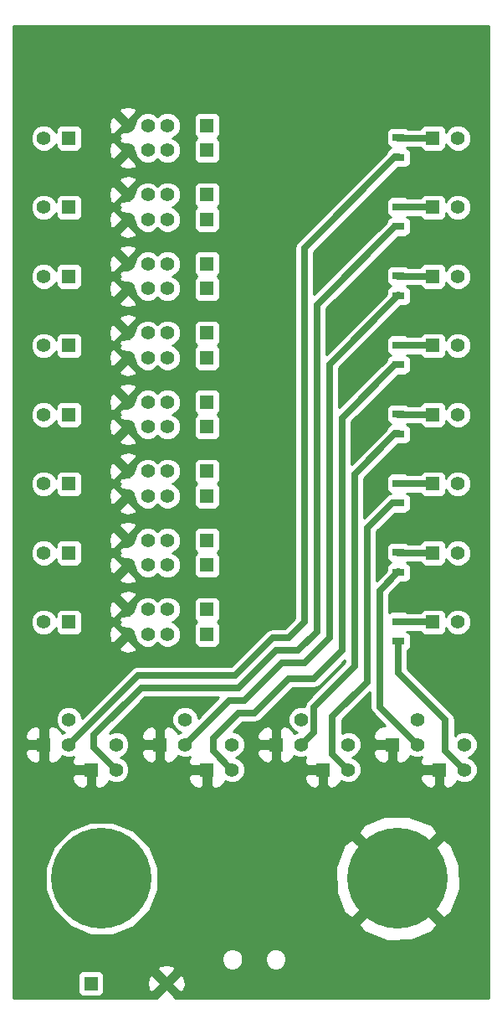
<source format=gbl>
%FSLAX46Y46*%
G04 Gerber Fmt 4.6, Leading zero omitted, Abs format (unit mm)*
G04 Created by KiCad (PCBNEW (2014-jul-16 BZR unknown)-product) date lun 15 sep 2014 11:32:51 CEST*
%MOMM*%
G01*
G04 APERTURE LIST*
%ADD10C,0.150000*%
%ADD11C,10.160000*%
%ADD12R,1.397000X1.397000*%
%ADD13C,1.397000*%
%ADD14R,1.198880X0.800100*%
%ADD15C,0.635000*%
%ADD16C,0.254000*%
G04 APERTURE END LIST*
D10*
D11*
X114554000Y-147193000D03*
X84582000Y-147193000D03*
D12*
X83502500Y-157797500D03*
D13*
X91122500Y-157797500D03*
D12*
X118110000Y-72390000D03*
D13*
X120650000Y-72390000D03*
D12*
X118110000Y-79375000D03*
D13*
X120650000Y-79375000D03*
D12*
X118110000Y-86360000D03*
D13*
X120650000Y-86360000D03*
D12*
X118110000Y-93345000D03*
D13*
X120650000Y-93345000D03*
D12*
X118110000Y-100330000D03*
D13*
X120650000Y-100330000D03*
D12*
X118110000Y-107315000D03*
D13*
X120650000Y-107315000D03*
D12*
X118110000Y-114300000D03*
D13*
X120650000Y-114300000D03*
D12*
X118110000Y-121285000D03*
D13*
X120650000Y-121285000D03*
D12*
X81280000Y-72390000D03*
D13*
X78740000Y-72390000D03*
D12*
X81280000Y-79375000D03*
D13*
X78740000Y-79375000D03*
D12*
X81280000Y-86360000D03*
D13*
X78740000Y-86360000D03*
D12*
X81280000Y-93345000D03*
D13*
X78740000Y-93345000D03*
D12*
X81280000Y-100330000D03*
D13*
X78740000Y-100330000D03*
D12*
X81280000Y-107315000D03*
D13*
X78740000Y-107315000D03*
D12*
X81280000Y-114300000D03*
D13*
X78740000Y-114300000D03*
D12*
X81280000Y-121285000D03*
D13*
X78740000Y-121285000D03*
D12*
X78740000Y-133667500D03*
D13*
X81280000Y-133667500D03*
X81280000Y-131127500D03*
D12*
X83502500Y-136207500D03*
D13*
X86042500Y-136207500D03*
X86042500Y-133667500D03*
D12*
X90487500Y-133667500D03*
D13*
X93027500Y-133667500D03*
X93027500Y-131127500D03*
D12*
X95250000Y-136207500D03*
D13*
X97790000Y-136207500D03*
X97790000Y-133667500D03*
D12*
X102235000Y-133667500D03*
D13*
X104775000Y-133667500D03*
X104775000Y-131127500D03*
D12*
X106997500Y-136207500D03*
D13*
X109537500Y-136207500D03*
X109537500Y-133667500D03*
D12*
X113982500Y-133667500D03*
D13*
X116522500Y-133667500D03*
X116522500Y-131127500D03*
D12*
X118745000Y-136207500D03*
D13*
X121285000Y-136207500D03*
X121285000Y-133667500D03*
D14*
X114617500Y-72341740D03*
X114617500Y-74343260D03*
X114617500Y-79326740D03*
X114617500Y-81328260D03*
X114617500Y-86311740D03*
X114617500Y-88313260D03*
X114617500Y-93296740D03*
X114617500Y-95298260D03*
X114617500Y-100281740D03*
X114617500Y-102283260D03*
X114617500Y-107266740D03*
X114617500Y-109268260D03*
X114617500Y-114251740D03*
X114617500Y-116253260D03*
X114617500Y-121236740D03*
X114617500Y-123238260D03*
D12*
X95250000Y-71120000D03*
D13*
X91250000Y-71120000D03*
X89250000Y-71120000D03*
X87250000Y-71120000D03*
D12*
X95250000Y-73620000D03*
D13*
X91250000Y-73620000D03*
X89250000Y-73620000D03*
X87250000Y-73620000D03*
D12*
X95250000Y-78105000D03*
D13*
X91250000Y-78105000D03*
X89250000Y-78105000D03*
X87250000Y-78105000D03*
D12*
X95250000Y-80605000D03*
D13*
X91250000Y-80605000D03*
X89250000Y-80605000D03*
X87250000Y-80605000D03*
D12*
X95250000Y-85090000D03*
D13*
X91250000Y-85090000D03*
X89250000Y-85090000D03*
X87250000Y-85090000D03*
D12*
X95250000Y-87590000D03*
D13*
X91250000Y-87590000D03*
X89250000Y-87590000D03*
X87250000Y-87590000D03*
D12*
X95250000Y-92075000D03*
D13*
X91250000Y-92075000D03*
X89250000Y-92075000D03*
X87250000Y-92075000D03*
D12*
X95250000Y-94575000D03*
D13*
X91250000Y-94575000D03*
X89250000Y-94575000D03*
X87250000Y-94575000D03*
D12*
X95250000Y-99060000D03*
D13*
X91250000Y-99060000D03*
X89250000Y-99060000D03*
X87250000Y-99060000D03*
D12*
X95250000Y-101560000D03*
D13*
X91250000Y-101560000D03*
X89250000Y-101560000D03*
X87250000Y-101560000D03*
D12*
X95250000Y-106045000D03*
D13*
X91250000Y-106045000D03*
X89250000Y-106045000D03*
X87250000Y-106045000D03*
D12*
X95250000Y-108545000D03*
D13*
X91250000Y-108545000D03*
X89250000Y-108545000D03*
X87250000Y-108545000D03*
D12*
X95250000Y-113030000D03*
D13*
X91250000Y-113030000D03*
X89250000Y-113030000D03*
X87250000Y-113030000D03*
D12*
X95250000Y-115530000D03*
D13*
X91250000Y-115530000D03*
X89250000Y-115530000D03*
X87250000Y-115530000D03*
D12*
X95250000Y-120015000D03*
D13*
X91250000Y-120015000D03*
X89250000Y-120015000D03*
X87250000Y-120015000D03*
D12*
X95250000Y-122515000D03*
D13*
X91250000Y-122515000D03*
X89250000Y-122515000D03*
X87250000Y-122515000D03*
D15*
X118110000Y-72390000D02*
X114617500Y-72390000D01*
X118110000Y-79375000D02*
X114617500Y-79375000D01*
X118110000Y-86360000D02*
X114617500Y-86360000D01*
X118110000Y-93345000D02*
X114617500Y-93345000D01*
X118110000Y-100330000D02*
X114617500Y-100330000D01*
X118110000Y-107315000D02*
X114617500Y-107315000D01*
X118110000Y-114300000D02*
X114617500Y-114300000D01*
X118110000Y-121285000D02*
X114617500Y-121285000D01*
X114300000Y-74295000D02*
X114617500Y-74295000D01*
X114300000Y-74295000D02*
X105092500Y-83502500D01*
X105092500Y-83502500D02*
X105092500Y-121285000D01*
X105092500Y-121285000D02*
X103505000Y-122872500D01*
X98107500Y-126682500D02*
X88250651Y-126682500D01*
X103505000Y-122872500D02*
X101917500Y-122872500D01*
X88250651Y-126696849D02*
X81280000Y-133667500D01*
X101917500Y-122872500D02*
X98107500Y-126682500D01*
X88250651Y-126682500D02*
X88250651Y-126696849D01*
X89217500Y-127952500D02*
X88582500Y-127952500D01*
X114617500Y-81280000D02*
X114300000Y-81280000D01*
X98425000Y-127952500D02*
X89217500Y-127952500D01*
X102235000Y-124142500D02*
X98425000Y-127952500D01*
X104457500Y-124142500D02*
X102235000Y-124142500D01*
X106362500Y-122237500D02*
X104457500Y-124142500D01*
X106362500Y-89217500D02*
X106362500Y-122237500D01*
X114300000Y-81280000D02*
X106362500Y-89217500D01*
X83820000Y-133985000D02*
X86042500Y-136207500D01*
X83820000Y-132715000D02*
X83820000Y-133985000D01*
X88582500Y-127952500D02*
X83820000Y-132715000D01*
X107632500Y-122872500D02*
X107632500Y-95250000D01*
X105092500Y-125412500D02*
X107632500Y-122872500D01*
X107632500Y-95250000D02*
X114617500Y-88265000D01*
X102870000Y-125412500D02*
X105092500Y-125412500D01*
X99060000Y-129222500D02*
X102870000Y-125412500D01*
X97472500Y-129222500D02*
X99060000Y-129222500D01*
X93027500Y-133667500D02*
X97472500Y-129222500D01*
X114617500Y-95250000D02*
X114300000Y-95250000D01*
X98425000Y-130492500D02*
X95885000Y-133032500D01*
X114300000Y-95250000D02*
X108902500Y-100647500D01*
X108902500Y-100647500D02*
X108902500Y-124142500D01*
X108902500Y-124142500D02*
X106045000Y-127000000D01*
X95885000Y-134302500D02*
X97790000Y-136207500D01*
X106045000Y-127000000D02*
X103505000Y-127000000D01*
X103505000Y-127000000D02*
X100012500Y-130492500D01*
X100012500Y-130492500D02*
X98425000Y-130492500D01*
X95885000Y-133032500D02*
X95885000Y-134302500D01*
X110172500Y-106362500D02*
X114300000Y-102235000D01*
X110172500Y-125730000D02*
X110172500Y-106362500D01*
X114300000Y-102235000D02*
X114617500Y-102235000D01*
X106045001Y-129857499D02*
X110172500Y-125730000D01*
X106045001Y-132397499D02*
X106045001Y-129857499D01*
X104775000Y-133667500D02*
X106045001Y-132397499D01*
X107950000Y-130810000D02*
X107950000Y-134620000D01*
X111442500Y-111760000D02*
X111442500Y-127317500D01*
X107950000Y-134620000D02*
X109537500Y-136207500D01*
X113982500Y-109220000D02*
X111442500Y-111760000D01*
X111442500Y-127317500D02*
X107950000Y-130810000D01*
X114617500Y-109220000D02*
X113982500Y-109220000D01*
X116522500Y-133667500D02*
X112712500Y-129857500D01*
X112712500Y-118110000D02*
X112712500Y-128905000D01*
X112712500Y-118110000D02*
X114617500Y-116205000D01*
X112712500Y-129857500D02*
X112712500Y-128905000D01*
X114617500Y-126428500D02*
X114617500Y-123238260D01*
X119380000Y-131191000D02*
X114617500Y-126428500D01*
X119380000Y-134302500D02*
X119380000Y-131191000D01*
X121285000Y-136207500D02*
X119380000Y-134302500D01*
D16*
G36*
X123750000Y-159310000D02*
X122618731Y-159310000D01*
X122618731Y-135943414D01*
X122416146Y-135453120D01*
X122041353Y-135077673D01*
X121703553Y-134937406D01*
X122039380Y-134798646D01*
X122414827Y-134423853D01*
X122618268Y-133933913D01*
X122618731Y-133403414D01*
X122416146Y-132913120D01*
X122041353Y-132537673D01*
X121551413Y-132334232D01*
X121020914Y-132333769D01*
X120530620Y-132536354D01*
X120332500Y-132734128D01*
X120332500Y-131191000D01*
X120259995Y-130826494D01*
X120053519Y-130517481D01*
X115570000Y-126033962D01*
X115570000Y-124179386D01*
X115576638Y-124176637D01*
X115755267Y-123998009D01*
X115851940Y-123764620D01*
X115851940Y-123512001D01*
X115851940Y-122711901D01*
X115755267Y-122478512D01*
X115576639Y-122299883D01*
X115426033Y-122237500D01*
X116829391Y-122237500D01*
X116873173Y-122343198D01*
X117051801Y-122521827D01*
X117285190Y-122618500D01*
X117537809Y-122618500D01*
X118934809Y-122618500D01*
X119168198Y-122521827D01*
X119346827Y-122343199D01*
X119443500Y-122109810D01*
X119443500Y-121857191D01*
X119443500Y-121857009D01*
X119518854Y-122039380D01*
X119893647Y-122414827D01*
X120383587Y-122618268D01*
X120914086Y-122618731D01*
X121404380Y-122416146D01*
X121779827Y-122041353D01*
X121983268Y-121551413D01*
X121983731Y-121020914D01*
X121781146Y-120530620D01*
X121406353Y-120155173D01*
X120916413Y-119951732D01*
X120385914Y-119951269D01*
X119895620Y-120153854D01*
X119520173Y-120528647D01*
X119443500Y-120713295D01*
X119443500Y-120460191D01*
X119346827Y-120226802D01*
X119168199Y-120048173D01*
X118934810Y-119951500D01*
X118682191Y-119951500D01*
X117285191Y-119951500D01*
X117051802Y-120048173D01*
X116873173Y-120226801D01*
X116829390Y-120332500D01*
X115610775Y-120332500D01*
X115576639Y-120298363D01*
X115343250Y-120201690D01*
X115090631Y-120201690D01*
X113891751Y-120201690D01*
X113665000Y-120295613D01*
X113665000Y-118504538D01*
X114881228Y-117288310D01*
X115343249Y-117288310D01*
X115576638Y-117191637D01*
X115755267Y-117013009D01*
X115851940Y-116779620D01*
X115851940Y-116527001D01*
X115851940Y-115726901D01*
X115755267Y-115493512D01*
X115576639Y-115314883D01*
X115426033Y-115252500D01*
X116829391Y-115252500D01*
X116873173Y-115358198D01*
X117051801Y-115536827D01*
X117285190Y-115633500D01*
X117537809Y-115633500D01*
X118934809Y-115633500D01*
X119168198Y-115536827D01*
X119346827Y-115358199D01*
X119443500Y-115124810D01*
X119443500Y-114872191D01*
X119443500Y-114872009D01*
X119518854Y-115054380D01*
X119893647Y-115429827D01*
X120383587Y-115633268D01*
X120914086Y-115633731D01*
X121404380Y-115431146D01*
X121779827Y-115056353D01*
X121983268Y-114566413D01*
X121983731Y-114035914D01*
X121781146Y-113545620D01*
X121406353Y-113170173D01*
X120916413Y-112966732D01*
X120385914Y-112966269D01*
X119895620Y-113168854D01*
X119520173Y-113543647D01*
X119443500Y-113728295D01*
X119443500Y-113475191D01*
X119346827Y-113241802D01*
X119168199Y-113063173D01*
X118934810Y-112966500D01*
X118682191Y-112966500D01*
X117285191Y-112966500D01*
X117051802Y-113063173D01*
X116873173Y-113241801D01*
X116829390Y-113347500D01*
X115610775Y-113347500D01*
X115576639Y-113313363D01*
X115343250Y-113216690D01*
X115090631Y-113216690D01*
X113891751Y-113216690D01*
X113658362Y-113313363D01*
X113479733Y-113491991D01*
X113383060Y-113725380D01*
X113383060Y-113977999D01*
X113383060Y-114778099D01*
X113479733Y-115011488D01*
X113658361Y-115190117D01*
X113808967Y-115252500D01*
X113658362Y-115314883D01*
X113479733Y-115493511D01*
X113383060Y-115726900D01*
X113383060Y-115979519D01*
X113383060Y-116092402D01*
X112395000Y-117080462D01*
X112395000Y-112154538D01*
X114246228Y-110303310D01*
X115343249Y-110303310D01*
X115576638Y-110206637D01*
X115755267Y-110028009D01*
X115851940Y-109794620D01*
X115851940Y-109542001D01*
X115851940Y-108741901D01*
X115755267Y-108508512D01*
X115576639Y-108329883D01*
X115426033Y-108267500D01*
X116829391Y-108267500D01*
X116873173Y-108373198D01*
X117051801Y-108551827D01*
X117285190Y-108648500D01*
X117537809Y-108648500D01*
X118934809Y-108648500D01*
X119168198Y-108551827D01*
X119346827Y-108373199D01*
X119443500Y-108139810D01*
X119443500Y-107887191D01*
X119443500Y-107887009D01*
X119518854Y-108069380D01*
X119893647Y-108444827D01*
X120383587Y-108648268D01*
X120914086Y-108648731D01*
X121404380Y-108446146D01*
X121779827Y-108071353D01*
X121983268Y-107581413D01*
X121983731Y-107050914D01*
X121781146Y-106560620D01*
X121406353Y-106185173D01*
X120916413Y-105981732D01*
X120385914Y-105981269D01*
X119895620Y-106183854D01*
X119520173Y-106558647D01*
X119443500Y-106743295D01*
X119443500Y-106490191D01*
X119346827Y-106256802D01*
X119168199Y-106078173D01*
X118934810Y-105981500D01*
X118682191Y-105981500D01*
X117285191Y-105981500D01*
X117051802Y-106078173D01*
X116873173Y-106256801D01*
X116829390Y-106362500D01*
X115610775Y-106362500D01*
X115576639Y-106328363D01*
X115343250Y-106231690D01*
X115090631Y-106231690D01*
X113891751Y-106231690D01*
X113658362Y-106328363D01*
X113479733Y-106506991D01*
X113383060Y-106740380D01*
X113383060Y-106992999D01*
X113383060Y-107793099D01*
X113479733Y-108026488D01*
X113658361Y-108205117D01*
X113808967Y-108267500D01*
X113658362Y-108329883D01*
X113655750Y-108332494D01*
X113617994Y-108340005D01*
X113308980Y-108546481D01*
X111125000Y-110730461D01*
X111125000Y-106757038D01*
X114563728Y-103318310D01*
X115343249Y-103318310D01*
X115576638Y-103221637D01*
X115755267Y-103043009D01*
X115851940Y-102809620D01*
X115851940Y-102557001D01*
X115851940Y-101756901D01*
X115755267Y-101523512D01*
X115576639Y-101344883D01*
X115426033Y-101282500D01*
X116829391Y-101282500D01*
X116873173Y-101388198D01*
X117051801Y-101566827D01*
X117285190Y-101663500D01*
X117537809Y-101663500D01*
X118934809Y-101663500D01*
X119168198Y-101566827D01*
X119346827Y-101388199D01*
X119443500Y-101154810D01*
X119443500Y-100902191D01*
X119443500Y-100902009D01*
X119518854Y-101084380D01*
X119893647Y-101459827D01*
X120383587Y-101663268D01*
X120914086Y-101663731D01*
X121404380Y-101461146D01*
X121779827Y-101086353D01*
X121983268Y-100596413D01*
X121983731Y-100065914D01*
X121781146Y-99575620D01*
X121406353Y-99200173D01*
X120916413Y-98996732D01*
X120385914Y-98996269D01*
X119895620Y-99198854D01*
X119520173Y-99573647D01*
X119443500Y-99758295D01*
X119443500Y-99505191D01*
X119346827Y-99271802D01*
X119168199Y-99093173D01*
X118934810Y-98996500D01*
X118682191Y-98996500D01*
X117285191Y-98996500D01*
X117051802Y-99093173D01*
X116873173Y-99271801D01*
X116829390Y-99377500D01*
X115610775Y-99377500D01*
X115576639Y-99343363D01*
X115343250Y-99246690D01*
X115090631Y-99246690D01*
X113891751Y-99246690D01*
X113658362Y-99343363D01*
X113479733Y-99521991D01*
X113383060Y-99755380D01*
X113383060Y-100007999D01*
X113383060Y-100808099D01*
X113479733Y-101041488D01*
X113658361Y-101220117D01*
X113808967Y-101282500D01*
X113658362Y-101344883D01*
X113479733Y-101523511D01*
X113383060Y-101756900D01*
X113383060Y-101804901D01*
X109855000Y-105332961D01*
X109855000Y-101042038D01*
X114563728Y-96333310D01*
X115343249Y-96333310D01*
X115576638Y-96236637D01*
X115755267Y-96058009D01*
X115851940Y-95824620D01*
X115851940Y-95572001D01*
X115851940Y-94771901D01*
X115755267Y-94538512D01*
X115576639Y-94359883D01*
X115426033Y-94297500D01*
X116829391Y-94297500D01*
X116873173Y-94403198D01*
X117051801Y-94581827D01*
X117285190Y-94678500D01*
X117537809Y-94678500D01*
X118934809Y-94678500D01*
X119168198Y-94581827D01*
X119346827Y-94403199D01*
X119443500Y-94169810D01*
X119443500Y-93917191D01*
X119443500Y-93917009D01*
X119518854Y-94099380D01*
X119893647Y-94474827D01*
X120383587Y-94678268D01*
X120914086Y-94678731D01*
X121404380Y-94476146D01*
X121779827Y-94101353D01*
X121983268Y-93611413D01*
X121983731Y-93080914D01*
X121781146Y-92590620D01*
X121406353Y-92215173D01*
X120916413Y-92011732D01*
X120385914Y-92011269D01*
X119895620Y-92213854D01*
X119520173Y-92588647D01*
X119443500Y-92773295D01*
X119443500Y-92520191D01*
X119346827Y-92286802D01*
X119168199Y-92108173D01*
X118934810Y-92011500D01*
X118682191Y-92011500D01*
X117285191Y-92011500D01*
X117051802Y-92108173D01*
X116873173Y-92286801D01*
X116829390Y-92392500D01*
X115610775Y-92392500D01*
X115576639Y-92358363D01*
X115343250Y-92261690D01*
X115090631Y-92261690D01*
X113891751Y-92261690D01*
X113658362Y-92358363D01*
X113479733Y-92536991D01*
X113383060Y-92770380D01*
X113383060Y-93022999D01*
X113383060Y-93823099D01*
X113479733Y-94056488D01*
X113658361Y-94235117D01*
X113808967Y-94297500D01*
X113658362Y-94359883D01*
X113479733Y-94538511D01*
X113383060Y-94771900D01*
X113383060Y-94819902D01*
X108585000Y-99617962D01*
X108585000Y-95644538D01*
X114881228Y-89348310D01*
X115343249Y-89348310D01*
X115576638Y-89251637D01*
X115755267Y-89073009D01*
X115851940Y-88839620D01*
X115851940Y-88587001D01*
X115851940Y-87786901D01*
X115755267Y-87553512D01*
X115576639Y-87374883D01*
X115426033Y-87312500D01*
X116829391Y-87312500D01*
X116873173Y-87418198D01*
X117051801Y-87596827D01*
X117285190Y-87693500D01*
X117537809Y-87693500D01*
X118934809Y-87693500D01*
X119168198Y-87596827D01*
X119346827Y-87418199D01*
X119443500Y-87184810D01*
X119443500Y-86932191D01*
X119443500Y-86932009D01*
X119518854Y-87114380D01*
X119893647Y-87489827D01*
X120383587Y-87693268D01*
X120914086Y-87693731D01*
X121404380Y-87491146D01*
X121779827Y-87116353D01*
X121983268Y-86626413D01*
X121983731Y-86095914D01*
X121781146Y-85605620D01*
X121406353Y-85230173D01*
X120916413Y-85026732D01*
X120385914Y-85026269D01*
X119895620Y-85228854D01*
X119520173Y-85603647D01*
X119443500Y-85788295D01*
X119443500Y-85535191D01*
X119346827Y-85301802D01*
X119168199Y-85123173D01*
X118934810Y-85026500D01*
X118682191Y-85026500D01*
X117285191Y-85026500D01*
X117051802Y-85123173D01*
X116873173Y-85301801D01*
X116829390Y-85407500D01*
X115610775Y-85407500D01*
X115576639Y-85373363D01*
X115343250Y-85276690D01*
X115090631Y-85276690D01*
X113891751Y-85276690D01*
X113658362Y-85373363D01*
X113479733Y-85551991D01*
X113383060Y-85785380D01*
X113383060Y-86037999D01*
X113383060Y-86838099D01*
X113479733Y-87071488D01*
X113658361Y-87250117D01*
X113808967Y-87312500D01*
X113658362Y-87374883D01*
X113479733Y-87553511D01*
X113383060Y-87786900D01*
X113383060Y-88039519D01*
X113383060Y-88152402D01*
X107315000Y-94220462D01*
X107315000Y-89612038D01*
X114563728Y-82363310D01*
X115343249Y-82363310D01*
X115576638Y-82266637D01*
X115755267Y-82088009D01*
X115851940Y-81854620D01*
X115851940Y-81602001D01*
X115851940Y-80801901D01*
X115755267Y-80568512D01*
X115576639Y-80389883D01*
X115426033Y-80327500D01*
X116829391Y-80327500D01*
X116873173Y-80433198D01*
X117051801Y-80611827D01*
X117285190Y-80708500D01*
X117537809Y-80708500D01*
X118934809Y-80708500D01*
X119168198Y-80611827D01*
X119346827Y-80433199D01*
X119443500Y-80199810D01*
X119443500Y-79947191D01*
X119443500Y-79947009D01*
X119518854Y-80129380D01*
X119893647Y-80504827D01*
X120383587Y-80708268D01*
X120914086Y-80708731D01*
X121404380Y-80506146D01*
X121779827Y-80131353D01*
X121983268Y-79641413D01*
X121983731Y-79110914D01*
X121781146Y-78620620D01*
X121406353Y-78245173D01*
X120916413Y-78041732D01*
X120385914Y-78041269D01*
X119895620Y-78243854D01*
X119520173Y-78618647D01*
X119443500Y-78803295D01*
X119443500Y-78550191D01*
X119346827Y-78316802D01*
X119168199Y-78138173D01*
X118934810Y-78041500D01*
X118682191Y-78041500D01*
X117285191Y-78041500D01*
X117051802Y-78138173D01*
X116873173Y-78316801D01*
X116829390Y-78422500D01*
X115610775Y-78422500D01*
X115576639Y-78388363D01*
X115343250Y-78291690D01*
X115090631Y-78291690D01*
X113891751Y-78291690D01*
X113658362Y-78388363D01*
X113479733Y-78566991D01*
X113383060Y-78800380D01*
X113383060Y-79052999D01*
X113383060Y-79853099D01*
X113479733Y-80086488D01*
X113658361Y-80265117D01*
X113808967Y-80327500D01*
X113658362Y-80389883D01*
X113479733Y-80568511D01*
X113383060Y-80801900D01*
X113383060Y-80849902D01*
X106045000Y-88187962D01*
X106045000Y-83897038D01*
X114563728Y-75378310D01*
X115343249Y-75378310D01*
X115576638Y-75281637D01*
X115755267Y-75103009D01*
X115851940Y-74869620D01*
X115851940Y-74617001D01*
X115851940Y-73816901D01*
X115755267Y-73583512D01*
X115576639Y-73404883D01*
X115426033Y-73342500D01*
X116829391Y-73342500D01*
X116873173Y-73448198D01*
X117051801Y-73626827D01*
X117285190Y-73723500D01*
X117537809Y-73723500D01*
X118934809Y-73723500D01*
X119168198Y-73626827D01*
X119346827Y-73448199D01*
X119443500Y-73214810D01*
X119443500Y-72962191D01*
X119443500Y-72962009D01*
X119518854Y-73144380D01*
X119893647Y-73519827D01*
X120383587Y-73723268D01*
X120914086Y-73723731D01*
X121404380Y-73521146D01*
X121779827Y-73146353D01*
X121983268Y-72656413D01*
X121983731Y-72125914D01*
X121781146Y-71635620D01*
X121406353Y-71260173D01*
X120916413Y-71056732D01*
X120385914Y-71056269D01*
X119895620Y-71258854D01*
X119520173Y-71633647D01*
X119443500Y-71818295D01*
X119443500Y-71565191D01*
X119346827Y-71331802D01*
X119168199Y-71153173D01*
X118934810Y-71056500D01*
X118682191Y-71056500D01*
X117285191Y-71056500D01*
X117051802Y-71153173D01*
X116873173Y-71331801D01*
X116829390Y-71437500D01*
X115610775Y-71437500D01*
X115576639Y-71403363D01*
X115343250Y-71306690D01*
X115090631Y-71306690D01*
X113891751Y-71306690D01*
X113658362Y-71403363D01*
X113479733Y-71581991D01*
X113383060Y-71815380D01*
X113383060Y-72067999D01*
X113383060Y-72868099D01*
X113479733Y-73101488D01*
X113658361Y-73280117D01*
X113808967Y-73342500D01*
X113658362Y-73404883D01*
X113479733Y-73583511D01*
X113383060Y-73816900D01*
X113383060Y-73864902D01*
X104418981Y-82828981D01*
X104212505Y-83137994D01*
X104140000Y-83502500D01*
X104140000Y-120890462D01*
X103110461Y-121920000D01*
X101917500Y-121920000D01*
X101552994Y-121992505D01*
X101243981Y-122198981D01*
X97712961Y-125730000D01*
X96583500Y-125730000D01*
X96583500Y-123339810D01*
X96583500Y-123087191D01*
X96583500Y-121690191D01*
X96486827Y-121456802D01*
X96308199Y-121278173D01*
X96276396Y-121264999D01*
X96308198Y-121251827D01*
X96486827Y-121073199D01*
X96583500Y-120839810D01*
X96583500Y-120587191D01*
X96583500Y-119190191D01*
X96583500Y-116354810D01*
X96583500Y-116102191D01*
X96583500Y-114705191D01*
X96486827Y-114471802D01*
X96308199Y-114293173D01*
X96276396Y-114279999D01*
X96308198Y-114266827D01*
X96486827Y-114088199D01*
X96583500Y-113854810D01*
X96583500Y-113602191D01*
X96583500Y-112205191D01*
X96583500Y-109369810D01*
X96583500Y-109117191D01*
X96583500Y-107720191D01*
X96486827Y-107486802D01*
X96308199Y-107308173D01*
X96276396Y-107294999D01*
X96308198Y-107281827D01*
X96486827Y-107103199D01*
X96583500Y-106869810D01*
X96583500Y-106617191D01*
X96583500Y-105220191D01*
X96583500Y-102384810D01*
X96583500Y-102132191D01*
X96583500Y-100735191D01*
X96486827Y-100501802D01*
X96308199Y-100323173D01*
X96276396Y-100309999D01*
X96308198Y-100296827D01*
X96486827Y-100118199D01*
X96583500Y-99884810D01*
X96583500Y-99632191D01*
X96583500Y-98235191D01*
X96583500Y-95399810D01*
X96583500Y-95147191D01*
X96583500Y-93750191D01*
X96486827Y-93516802D01*
X96308199Y-93338173D01*
X96276396Y-93324999D01*
X96308198Y-93311827D01*
X96486827Y-93133199D01*
X96583500Y-92899810D01*
X96583500Y-92647191D01*
X96583500Y-91250191D01*
X96583500Y-88414810D01*
X96583500Y-88162191D01*
X96583500Y-86765191D01*
X96486827Y-86531802D01*
X96308199Y-86353173D01*
X96276396Y-86339999D01*
X96308198Y-86326827D01*
X96486827Y-86148199D01*
X96583500Y-85914810D01*
X96583500Y-85662191D01*
X96583500Y-84265191D01*
X96583500Y-81429810D01*
X96583500Y-81177191D01*
X96583500Y-79780191D01*
X96486827Y-79546802D01*
X96308199Y-79368173D01*
X96276396Y-79354999D01*
X96308198Y-79341827D01*
X96486827Y-79163199D01*
X96583500Y-78929810D01*
X96583500Y-78677191D01*
X96583500Y-77280191D01*
X96583500Y-74444810D01*
X96583500Y-74192191D01*
X96583500Y-72795191D01*
X96486827Y-72561802D01*
X96308199Y-72383173D01*
X96276396Y-72369999D01*
X96308198Y-72356827D01*
X96486827Y-72178199D01*
X96583500Y-71944810D01*
X96583500Y-71692191D01*
X96583500Y-70295191D01*
X96486827Y-70061802D01*
X96308199Y-69883173D01*
X96074810Y-69786500D01*
X95822191Y-69786500D01*
X94425191Y-69786500D01*
X94191802Y-69883173D01*
X94013173Y-70061801D01*
X93916500Y-70295190D01*
X93916500Y-70547809D01*
X93916500Y-71944809D01*
X94013173Y-72178198D01*
X94191801Y-72356827D01*
X94223603Y-72370000D01*
X94191802Y-72383173D01*
X94013173Y-72561801D01*
X93916500Y-72795190D01*
X93916500Y-73047809D01*
X93916500Y-74444809D01*
X94013173Y-74678198D01*
X94191801Y-74856827D01*
X94425190Y-74953500D01*
X94677809Y-74953500D01*
X96074809Y-74953500D01*
X96308198Y-74856827D01*
X96486827Y-74678199D01*
X96583500Y-74444810D01*
X96583500Y-77280191D01*
X96486827Y-77046802D01*
X96308199Y-76868173D01*
X96074810Y-76771500D01*
X95822191Y-76771500D01*
X94425191Y-76771500D01*
X94191802Y-76868173D01*
X94013173Y-77046801D01*
X93916500Y-77280190D01*
X93916500Y-77532809D01*
X93916500Y-78929809D01*
X94013173Y-79163198D01*
X94191801Y-79341827D01*
X94223603Y-79355000D01*
X94191802Y-79368173D01*
X94013173Y-79546801D01*
X93916500Y-79780190D01*
X93916500Y-80032809D01*
X93916500Y-81429809D01*
X94013173Y-81663198D01*
X94191801Y-81841827D01*
X94425190Y-81938500D01*
X94677809Y-81938500D01*
X96074809Y-81938500D01*
X96308198Y-81841827D01*
X96486827Y-81663199D01*
X96583500Y-81429810D01*
X96583500Y-84265191D01*
X96486827Y-84031802D01*
X96308199Y-83853173D01*
X96074810Y-83756500D01*
X95822191Y-83756500D01*
X94425191Y-83756500D01*
X94191802Y-83853173D01*
X94013173Y-84031801D01*
X93916500Y-84265190D01*
X93916500Y-84517809D01*
X93916500Y-85914809D01*
X94013173Y-86148198D01*
X94191801Y-86326827D01*
X94223603Y-86340000D01*
X94191802Y-86353173D01*
X94013173Y-86531801D01*
X93916500Y-86765190D01*
X93916500Y-87017809D01*
X93916500Y-88414809D01*
X94013173Y-88648198D01*
X94191801Y-88826827D01*
X94425190Y-88923500D01*
X94677809Y-88923500D01*
X96074809Y-88923500D01*
X96308198Y-88826827D01*
X96486827Y-88648199D01*
X96583500Y-88414810D01*
X96583500Y-91250191D01*
X96486827Y-91016802D01*
X96308199Y-90838173D01*
X96074810Y-90741500D01*
X95822191Y-90741500D01*
X94425191Y-90741500D01*
X94191802Y-90838173D01*
X94013173Y-91016801D01*
X93916500Y-91250190D01*
X93916500Y-91502809D01*
X93916500Y-92899809D01*
X94013173Y-93133198D01*
X94191801Y-93311827D01*
X94223603Y-93325000D01*
X94191802Y-93338173D01*
X94013173Y-93516801D01*
X93916500Y-93750190D01*
X93916500Y-94002809D01*
X93916500Y-95399809D01*
X94013173Y-95633198D01*
X94191801Y-95811827D01*
X94425190Y-95908500D01*
X94677809Y-95908500D01*
X96074809Y-95908500D01*
X96308198Y-95811827D01*
X96486827Y-95633199D01*
X96583500Y-95399810D01*
X96583500Y-98235191D01*
X96486827Y-98001802D01*
X96308199Y-97823173D01*
X96074810Y-97726500D01*
X95822191Y-97726500D01*
X94425191Y-97726500D01*
X94191802Y-97823173D01*
X94013173Y-98001801D01*
X93916500Y-98235190D01*
X93916500Y-98487809D01*
X93916500Y-99884809D01*
X94013173Y-100118198D01*
X94191801Y-100296827D01*
X94223603Y-100310000D01*
X94191802Y-100323173D01*
X94013173Y-100501801D01*
X93916500Y-100735190D01*
X93916500Y-100987809D01*
X93916500Y-102384809D01*
X94013173Y-102618198D01*
X94191801Y-102796827D01*
X94425190Y-102893500D01*
X94677809Y-102893500D01*
X96074809Y-102893500D01*
X96308198Y-102796827D01*
X96486827Y-102618199D01*
X96583500Y-102384810D01*
X96583500Y-105220191D01*
X96486827Y-104986802D01*
X96308199Y-104808173D01*
X96074810Y-104711500D01*
X95822191Y-104711500D01*
X94425191Y-104711500D01*
X94191802Y-104808173D01*
X94013173Y-104986801D01*
X93916500Y-105220190D01*
X93916500Y-105472809D01*
X93916500Y-106869809D01*
X94013173Y-107103198D01*
X94191801Y-107281827D01*
X94223603Y-107295000D01*
X94191802Y-107308173D01*
X94013173Y-107486801D01*
X93916500Y-107720190D01*
X93916500Y-107972809D01*
X93916500Y-109369809D01*
X94013173Y-109603198D01*
X94191801Y-109781827D01*
X94425190Y-109878500D01*
X94677809Y-109878500D01*
X96074809Y-109878500D01*
X96308198Y-109781827D01*
X96486827Y-109603199D01*
X96583500Y-109369810D01*
X96583500Y-112205191D01*
X96486827Y-111971802D01*
X96308199Y-111793173D01*
X96074810Y-111696500D01*
X95822191Y-111696500D01*
X94425191Y-111696500D01*
X94191802Y-111793173D01*
X94013173Y-111971801D01*
X93916500Y-112205190D01*
X93916500Y-112457809D01*
X93916500Y-113854809D01*
X94013173Y-114088198D01*
X94191801Y-114266827D01*
X94223603Y-114280000D01*
X94191802Y-114293173D01*
X94013173Y-114471801D01*
X93916500Y-114705190D01*
X93916500Y-114957809D01*
X93916500Y-116354809D01*
X94013173Y-116588198D01*
X94191801Y-116766827D01*
X94425190Y-116863500D01*
X94677809Y-116863500D01*
X96074809Y-116863500D01*
X96308198Y-116766827D01*
X96486827Y-116588199D01*
X96583500Y-116354810D01*
X96583500Y-119190191D01*
X96486827Y-118956802D01*
X96308199Y-118778173D01*
X96074810Y-118681500D01*
X95822191Y-118681500D01*
X94425191Y-118681500D01*
X94191802Y-118778173D01*
X94013173Y-118956801D01*
X93916500Y-119190190D01*
X93916500Y-119442809D01*
X93916500Y-120839809D01*
X94013173Y-121073198D01*
X94191801Y-121251827D01*
X94223603Y-121265000D01*
X94191802Y-121278173D01*
X94013173Y-121456801D01*
X93916500Y-121690190D01*
X93916500Y-121942809D01*
X93916500Y-123339809D01*
X94013173Y-123573198D01*
X94191801Y-123751827D01*
X94425190Y-123848500D01*
X94677809Y-123848500D01*
X96074809Y-123848500D01*
X96308198Y-123751827D01*
X96486827Y-123573199D01*
X96583500Y-123339810D01*
X96583500Y-125730000D01*
X92583731Y-125730000D01*
X92583731Y-122250914D01*
X92381146Y-121760620D01*
X92006353Y-121385173D01*
X91716837Y-121264955D01*
X92004380Y-121146146D01*
X92379827Y-120771353D01*
X92583268Y-120281413D01*
X92583731Y-119750914D01*
X92583731Y-115265914D01*
X92381146Y-114775620D01*
X92006353Y-114400173D01*
X91716837Y-114279955D01*
X92004380Y-114161146D01*
X92379827Y-113786353D01*
X92583268Y-113296413D01*
X92583731Y-112765914D01*
X92583731Y-108280914D01*
X92381146Y-107790620D01*
X92006353Y-107415173D01*
X91716837Y-107294955D01*
X92004380Y-107176146D01*
X92379827Y-106801353D01*
X92583268Y-106311413D01*
X92583731Y-105780914D01*
X92583731Y-101295914D01*
X92381146Y-100805620D01*
X92006353Y-100430173D01*
X91716837Y-100309955D01*
X92004380Y-100191146D01*
X92379827Y-99816353D01*
X92583268Y-99326413D01*
X92583731Y-98795914D01*
X92583731Y-94310914D01*
X92381146Y-93820620D01*
X92006353Y-93445173D01*
X91716837Y-93324955D01*
X92004380Y-93206146D01*
X92379827Y-92831353D01*
X92583268Y-92341413D01*
X92583731Y-91810914D01*
X92583731Y-87325914D01*
X92381146Y-86835620D01*
X92006353Y-86460173D01*
X91716837Y-86339955D01*
X92004380Y-86221146D01*
X92379827Y-85846353D01*
X92583268Y-85356413D01*
X92583731Y-84825914D01*
X92583731Y-80340914D01*
X92381146Y-79850620D01*
X92006353Y-79475173D01*
X91716837Y-79354955D01*
X92004380Y-79236146D01*
X92379827Y-78861353D01*
X92583268Y-78371413D01*
X92583731Y-77840914D01*
X92583731Y-73355914D01*
X92381146Y-72865620D01*
X92006353Y-72490173D01*
X91716837Y-72369955D01*
X92004380Y-72251146D01*
X92379827Y-71876353D01*
X92583268Y-71386413D01*
X92583731Y-70855914D01*
X92381146Y-70365620D01*
X92006353Y-69990173D01*
X91516413Y-69786732D01*
X90985914Y-69786269D01*
X90495620Y-69988854D01*
X90249900Y-70234145D01*
X90006353Y-69990173D01*
X89516413Y-69786732D01*
X88985914Y-69786269D01*
X88495620Y-69988854D01*
X88136879Y-70346970D01*
X88136879Y-69739206D01*
X88090815Y-69368538D01*
X87356556Y-69180094D01*
X86606075Y-69286983D01*
X86409185Y-69368538D01*
X86363121Y-69739206D01*
X87250000Y-70626086D01*
X88136879Y-69739206D01*
X88136879Y-70346970D01*
X88120173Y-70363647D01*
X87916732Y-70853587D01*
X87916650Y-70947263D01*
X87743914Y-71120000D01*
X87803134Y-71179220D01*
X87309220Y-71673134D01*
X87250000Y-71613914D01*
X87155131Y-71708782D01*
X86756086Y-71765617D01*
X86756086Y-71120000D01*
X85869206Y-70233121D01*
X85498538Y-70279185D01*
X85310094Y-71013444D01*
X85416983Y-71763925D01*
X85498538Y-71960815D01*
X85869206Y-72006879D01*
X86756086Y-71120000D01*
X86756086Y-71765617D01*
X86606075Y-71786983D01*
X86409185Y-71868538D01*
X86363121Y-72239206D01*
X86493914Y-72370000D01*
X86363121Y-72500794D01*
X86409185Y-72871462D01*
X87143444Y-73059906D01*
X87178786Y-73054872D01*
X87250000Y-73126086D01*
X87309220Y-73066865D01*
X87803134Y-73560779D01*
X87743914Y-73620000D01*
X87916348Y-73792434D01*
X87916269Y-73884086D01*
X88118854Y-74374380D01*
X88493647Y-74749827D01*
X88983587Y-74953268D01*
X89514086Y-74953731D01*
X90004380Y-74751146D01*
X90250099Y-74505854D01*
X90493647Y-74749827D01*
X90983587Y-74953268D01*
X91514086Y-74953731D01*
X92004380Y-74751146D01*
X92379827Y-74376353D01*
X92583268Y-73886413D01*
X92583731Y-73355914D01*
X92583731Y-77840914D01*
X92381146Y-77350620D01*
X92006353Y-76975173D01*
X91516413Y-76771732D01*
X90985914Y-76771269D01*
X90495620Y-76973854D01*
X90249900Y-77219145D01*
X90006353Y-76975173D01*
X89516413Y-76771732D01*
X88985914Y-76771269D01*
X88495620Y-76973854D01*
X88136879Y-77331970D01*
X88136879Y-76724206D01*
X88136879Y-75000794D01*
X87250000Y-74113914D01*
X86756086Y-74607828D01*
X86756086Y-73620000D01*
X85869206Y-72733121D01*
X85498538Y-72779185D01*
X85310094Y-73513444D01*
X85416983Y-74263925D01*
X85498538Y-74460815D01*
X85869206Y-74506879D01*
X86756086Y-73620000D01*
X86756086Y-74607828D01*
X86363121Y-75000794D01*
X86409185Y-75371462D01*
X87143444Y-75559906D01*
X87893925Y-75453017D01*
X88090815Y-75371462D01*
X88136879Y-75000794D01*
X88136879Y-76724206D01*
X88090815Y-76353538D01*
X87356556Y-76165094D01*
X86606075Y-76271983D01*
X86409185Y-76353538D01*
X86363121Y-76724206D01*
X87250000Y-77611086D01*
X88136879Y-76724206D01*
X88136879Y-77331970D01*
X88120173Y-77348647D01*
X87916732Y-77838587D01*
X87916650Y-77932263D01*
X87743914Y-78105000D01*
X87803134Y-78164220D01*
X87309220Y-78658134D01*
X87250000Y-78598914D01*
X87155131Y-78693782D01*
X86756086Y-78750617D01*
X86756086Y-78105000D01*
X85869206Y-77218121D01*
X85498538Y-77264185D01*
X85310094Y-77998444D01*
X85416983Y-78748925D01*
X85498538Y-78945815D01*
X85869206Y-78991879D01*
X86756086Y-78105000D01*
X86756086Y-78750617D01*
X86606075Y-78771983D01*
X86409185Y-78853538D01*
X86363121Y-79224206D01*
X86493914Y-79355000D01*
X86363121Y-79485794D01*
X86409185Y-79856462D01*
X87143444Y-80044906D01*
X87178786Y-80039872D01*
X87250000Y-80111086D01*
X87309220Y-80051865D01*
X87803134Y-80545779D01*
X87743914Y-80605000D01*
X87916348Y-80777434D01*
X87916269Y-80869086D01*
X88118854Y-81359380D01*
X88493647Y-81734827D01*
X88983587Y-81938268D01*
X89514086Y-81938731D01*
X90004380Y-81736146D01*
X90250099Y-81490854D01*
X90493647Y-81734827D01*
X90983587Y-81938268D01*
X91514086Y-81938731D01*
X92004380Y-81736146D01*
X92379827Y-81361353D01*
X92583268Y-80871413D01*
X92583731Y-80340914D01*
X92583731Y-84825914D01*
X92381146Y-84335620D01*
X92006353Y-83960173D01*
X91516413Y-83756732D01*
X90985914Y-83756269D01*
X90495620Y-83958854D01*
X90249900Y-84204145D01*
X90006353Y-83960173D01*
X89516413Y-83756732D01*
X88985914Y-83756269D01*
X88495620Y-83958854D01*
X88136879Y-84316970D01*
X88136879Y-83709206D01*
X88136879Y-81985794D01*
X87250000Y-81098914D01*
X86756086Y-81592828D01*
X86756086Y-80605000D01*
X85869206Y-79718121D01*
X85498538Y-79764185D01*
X85310094Y-80498444D01*
X85416983Y-81248925D01*
X85498538Y-81445815D01*
X85869206Y-81491879D01*
X86756086Y-80605000D01*
X86756086Y-81592828D01*
X86363121Y-81985794D01*
X86409185Y-82356462D01*
X87143444Y-82544906D01*
X87893925Y-82438017D01*
X88090815Y-82356462D01*
X88136879Y-81985794D01*
X88136879Y-83709206D01*
X88090815Y-83338538D01*
X87356556Y-83150094D01*
X86606075Y-83256983D01*
X86409185Y-83338538D01*
X86363121Y-83709206D01*
X87250000Y-84596086D01*
X88136879Y-83709206D01*
X88136879Y-84316970D01*
X88120173Y-84333647D01*
X87916732Y-84823587D01*
X87916650Y-84917263D01*
X87743914Y-85090000D01*
X87803134Y-85149220D01*
X87309220Y-85643134D01*
X87250000Y-85583914D01*
X87155131Y-85678782D01*
X86756086Y-85735617D01*
X86756086Y-85090000D01*
X85869206Y-84203121D01*
X85498538Y-84249185D01*
X85310094Y-84983444D01*
X85416983Y-85733925D01*
X85498538Y-85930815D01*
X85869206Y-85976879D01*
X86756086Y-85090000D01*
X86756086Y-85735617D01*
X86606075Y-85756983D01*
X86409185Y-85838538D01*
X86363121Y-86209206D01*
X86493914Y-86340000D01*
X86363121Y-86470794D01*
X86409185Y-86841462D01*
X87143444Y-87029906D01*
X87178786Y-87024872D01*
X87250000Y-87096086D01*
X87309220Y-87036865D01*
X87803134Y-87530779D01*
X87743914Y-87590000D01*
X87916348Y-87762434D01*
X87916269Y-87854086D01*
X88118854Y-88344380D01*
X88493647Y-88719827D01*
X88983587Y-88923268D01*
X89514086Y-88923731D01*
X90004380Y-88721146D01*
X90250099Y-88475854D01*
X90493647Y-88719827D01*
X90983587Y-88923268D01*
X91514086Y-88923731D01*
X92004380Y-88721146D01*
X92379827Y-88346353D01*
X92583268Y-87856413D01*
X92583731Y-87325914D01*
X92583731Y-91810914D01*
X92381146Y-91320620D01*
X92006353Y-90945173D01*
X91516413Y-90741732D01*
X90985914Y-90741269D01*
X90495620Y-90943854D01*
X90249900Y-91189145D01*
X90006353Y-90945173D01*
X89516413Y-90741732D01*
X88985914Y-90741269D01*
X88495620Y-90943854D01*
X88136879Y-91301970D01*
X88136879Y-90694206D01*
X88136879Y-88970794D01*
X87250000Y-88083914D01*
X86756086Y-88577828D01*
X86756086Y-87590000D01*
X85869206Y-86703121D01*
X85498538Y-86749185D01*
X85310094Y-87483444D01*
X85416983Y-88233925D01*
X85498538Y-88430815D01*
X85869206Y-88476879D01*
X86756086Y-87590000D01*
X86756086Y-88577828D01*
X86363121Y-88970794D01*
X86409185Y-89341462D01*
X87143444Y-89529906D01*
X87893925Y-89423017D01*
X88090815Y-89341462D01*
X88136879Y-88970794D01*
X88136879Y-90694206D01*
X88090815Y-90323538D01*
X87356556Y-90135094D01*
X86606075Y-90241983D01*
X86409185Y-90323538D01*
X86363121Y-90694206D01*
X87250000Y-91581086D01*
X88136879Y-90694206D01*
X88136879Y-91301970D01*
X88120173Y-91318647D01*
X87916732Y-91808587D01*
X87916650Y-91902263D01*
X87743914Y-92075000D01*
X87803134Y-92134220D01*
X87309220Y-92628134D01*
X87250000Y-92568914D01*
X87155131Y-92663782D01*
X86756086Y-92720617D01*
X86756086Y-92075000D01*
X85869206Y-91188121D01*
X85498538Y-91234185D01*
X85310094Y-91968444D01*
X85416983Y-92718925D01*
X85498538Y-92915815D01*
X85869206Y-92961879D01*
X86756086Y-92075000D01*
X86756086Y-92720617D01*
X86606075Y-92741983D01*
X86409185Y-92823538D01*
X86363121Y-93194206D01*
X86493914Y-93325000D01*
X86363121Y-93455794D01*
X86409185Y-93826462D01*
X87143444Y-94014906D01*
X87178786Y-94009872D01*
X87250000Y-94081086D01*
X87309220Y-94021865D01*
X87803134Y-94515779D01*
X87743914Y-94575000D01*
X87916348Y-94747434D01*
X87916269Y-94839086D01*
X88118854Y-95329380D01*
X88493647Y-95704827D01*
X88983587Y-95908268D01*
X89514086Y-95908731D01*
X90004380Y-95706146D01*
X90250099Y-95460854D01*
X90493647Y-95704827D01*
X90983587Y-95908268D01*
X91514086Y-95908731D01*
X92004380Y-95706146D01*
X92379827Y-95331353D01*
X92583268Y-94841413D01*
X92583731Y-94310914D01*
X92583731Y-98795914D01*
X92381146Y-98305620D01*
X92006353Y-97930173D01*
X91516413Y-97726732D01*
X90985914Y-97726269D01*
X90495620Y-97928854D01*
X90249900Y-98174145D01*
X90006353Y-97930173D01*
X89516413Y-97726732D01*
X88985914Y-97726269D01*
X88495620Y-97928854D01*
X88136879Y-98286970D01*
X88136879Y-97679206D01*
X88136879Y-95955794D01*
X87250000Y-95068914D01*
X86756086Y-95562828D01*
X86756086Y-94575000D01*
X85869206Y-93688121D01*
X85498538Y-93734185D01*
X85310094Y-94468444D01*
X85416983Y-95218925D01*
X85498538Y-95415815D01*
X85869206Y-95461879D01*
X86756086Y-94575000D01*
X86756086Y-95562828D01*
X86363121Y-95955794D01*
X86409185Y-96326462D01*
X87143444Y-96514906D01*
X87893925Y-96408017D01*
X88090815Y-96326462D01*
X88136879Y-95955794D01*
X88136879Y-97679206D01*
X88090815Y-97308538D01*
X87356556Y-97120094D01*
X86606075Y-97226983D01*
X86409185Y-97308538D01*
X86363121Y-97679206D01*
X87250000Y-98566086D01*
X88136879Y-97679206D01*
X88136879Y-98286970D01*
X88120173Y-98303647D01*
X87916732Y-98793587D01*
X87916650Y-98887263D01*
X87743914Y-99060000D01*
X87803134Y-99119220D01*
X87309220Y-99613134D01*
X87250000Y-99553914D01*
X87155131Y-99648782D01*
X86756086Y-99705617D01*
X86756086Y-99060000D01*
X85869206Y-98173121D01*
X85498538Y-98219185D01*
X85310094Y-98953444D01*
X85416983Y-99703925D01*
X85498538Y-99900815D01*
X85869206Y-99946879D01*
X86756086Y-99060000D01*
X86756086Y-99705617D01*
X86606075Y-99726983D01*
X86409185Y-99808538D01*
X86363121Y-100179206D01*
X86493914Y-100310000D01*
X86363121Y-100440794D01*
X86409185Y-100811462D01*
X87143444Y-100999906D01*
X87178786Y-100994872D01*
X87250000Y-101066086D01*
X87309220Y-101006865D01*
X87803134Y-101500779D01*
X87743914Y-101560000D01*
X87916348Y-101732434D01*
X87916269Y-101824086D01*
X88118854Y-102314380D01*
X88493647Y-102689827D01*
X88983587Y-102893268D01*
X89514086Y-102893731D01*
X90004380Y-102691146D01*
X90250099Y-102445854D01*
X90493647Y-102689827D01*
X90983587Y-102893268D01*
X91514086Y-102893731D01*
X92004380Y-102691146D01*
X92379827Y-102316353D01*
X92583268Y-101826413D01*
X92583731Y-101295914D01*
X92583731Y-105780914D01*
X92381146Y-105290620D01*
X92006353Y-104915173D01*
X91516413Y-104711732D01*
X90985914Y-104711269D01*
X90495620Y-104913854D01*
X90249900Y-105159145D01*
X90006353Y-104915173D01*
X89516413Y-104711732D01*
X88985914Y-104711269D01*
X88495620Y-104913854D01*
X88136879Y-105271970D01*
X88136879Y-104664206D01*
X88136879Y-102940794D01*
X87250000Y-102053914D01*
X86756086Y-102547828D01*
X86756086Y-101560000D01*
X85869206Y-100673121D01*
X85498538Y-100719185D01*
X85310094Y-101453444D01*
X85416983Y-102203925D01*
X85498538Y-102400815D01*
X85869206Y-102446879D01*
X86756086Y-101560000D01*
X86756086Y-102547828D01*
X86363121Y-102940794D01*
X86409185Y-103311462D01*
X87143444Y-103499906D01*
X87893925Y-103393017D01*
X88090815Y-103311462D01*
X88136879Y-102940794D01*
X88136879Y-104664206D01*
X88090815Y-104293538D01*
X87356556Y-104105094D01*
X86606075Y-104211983D01*
X86409185Y-104293538D01*
X86363121Y-104664206D01*
X87250000Y-105551086D01*
X88136879Y-104664206D01*
X88136879Y-105271970D01*
X88120173Y-105288647D01*
X87916732Y-105778587D01*
X87916650Y-105872263D01*
X87743914Y-106045000D01*
X87803134Y-106104220D01*
X87309220Y-106598134D01*
X87250000Y-106538914D01*
X87155131Y-106633782D01*
X86756086Y-106690617D01*
X86756086Y-106045000D01*
X85869206Y-105158121D01*
X85498538Y-105204185D01*
X85310094Y-105938444D01*
X85416983Y-106688925D01*
X85498538Y-106885815D01*
X85869206Y-106931879D01*
X86756086Y-106045000D01*
X86756086Y-106690617D01*
X86606075Y-106711983D01*
X86409185Y-106793538D01*
X86363121Y-107164206D01*
X86493914Y-107295000D01*
X86363121Y-107425794D01*
X86409185Y-107796462D01*
X87143444Y-107984906D01*
X87178786Y-107979872D01*
X87250000Y-108051086D01*
X87309220Y-107991865D01*
X87803134Y-108485779D01*
X87743914Y-108545000D01*
X87916348Y-108717434D01*
X87916269Y-108809086D01*
X88118854Y-109299380D01*
X88493647Y-109674827D01*
X88983587Y-109878268D01*
X89514086Y-109878731D01*
X90004380Y-109676146D01*
X90250099Y-109430854D01*
X90493647Y-109674827D01*
X90983587Y-109878268D01*
X91514086Y-109878731D01*
X92004380Y-109676146D01*
X92379827Y-109301353D01*
X92583268Y-108811413D01*
X92583731Y-108280914D01*
X92583731Y-112765914D01*
X92381146Y-112275620D01*
X92006353Y-111900173D01*
X91516413Y-111696732D01*
X90985914Y-111696269D01*
X90495620Y-111898854D01*
X90249900Y-112144145D01*
X90006353Y-111900173D01*
X89516413Y-111696732D01*
X88985914Y-111696269D01*
X88495620Y-111898854D01*
X88136879Y-112256970D01*
X88136879Y-111649206D01*
X88136879Y-109925794D01*
X87250000Y-109038914D01*
X86756086Y-109532828D01*
X86756086Y-108545000D01*
X85869206Y-107658121D01*
X85498538Y-107704185D01*
X85310094Y-108438444D01*
X85416983Y-109188925D01*
X85498538Y-109385815D01*
X85869206Y-109431879D01*
X86756086Y-108545000D01*
X86756086Y-109532828D01*
X86363121Y-109925794D01*
X86409185Y-110296462D01*
X87143444Y-110484906D01*
X87893925Y-110378017D01*
X88090815Y-110296462D01*
X88136879Y-109925794D01*
X88136879Y-111649206D01*
X88090815Y-111278538D01*
X87356556Y-111090094D01*
X86606075Y-111196983D01*
X86409185Y-111278538D01*
X86363121Y-111649206D01*
X87250000Y-112536086D01*
X88136879Y-111649206D01*
X88136879Y-112256970D01*
X88120173Y-112273647D01*
X87916732Y-112763587D01*
X87916650Y-112857263D01*
X87743914Y-113030000D01*
X87803134Y-113089220D01*
X87309220Y-113583134D01*
X87250000Y-113523914D01*
X87155131Y-113618782D01*
X86756086Y-113675617D01*
X86756086Y-113030000D01*
X85869206Y-112143121D01*
X85498538Y-112189185D01*
X85310094Y-112923444D01*
X85416983Y-113673925D01*
X85498538Y-113870815D01*
X85869206Y-113916879D01*
X86756086Y-113030000D01*
X86756086Y-113675617D01*
X86606075Y-113696983D01*
X86409185Y-113778538D01*
X86363121Y-114149206D01*
X86493914Y-114280000D01*
X86363121Y-114410794D01*
X86409185Y-114781462D01*
X87143444Y-114969906D01*
X87178786Y-114964872D01*
X87250000Y-115036086D01*
X87309220Y-114976865D01*
X87803134Y-115470779D01*
X87743914Y-115530000D01*
X87916348Y-115702434D01*
X87916269Y-115794086D01*
X88118854Y-116284380D01*
X88493647Y-116659827D01*
X88983587Y-116863268D01*
X89514086Y-116863731D01*
X90004380Y-116661146D01*
X90250099Y-116415854D01*
X90493647Y-116659827D01*
X90983587Y-116863268D01*
X91514086Y-116863731D01*
X92004380Y-116661146D01*
X92379827Y-116286353D01*
X92583268Y-115796413D01*
X92583731Y-115265914D01*
X92583731Y-119750914D01*
X92381146Y-119260620D01*
X92006353Y-118885173D01*
X91516413Y-118681732D01*
X90985914Y-118681269D01*
X90495620Y-118883854D01*
X90249900Y-119129145D01*
X90006353Y-118885173D01*
X89516413Y-118681732D01*
X88985914Y-118681269D01*
X88495620Y-118883854D01*
X88136879Y-119241970D01*
X88136879Y-118634206D01*
X88136879Y-116910794D01*
X87250000Y-116023914D01*
X86756086Y-116517828D01*
X86756086Y-115530000D01*
X85869206Y-114643121D01*
X85498538Y-114689185D01*
X85310094Y-115423444D01*
X85416983Y-116173925D01*
X85498538Y-116370815D01*
X85869206Y-116416879D01*
X86756086Y-115530000D01*
X86756086Y-116517828D01*
X86363121Y-116910794D01*
X86409185Y-117281462D01*
X87143444Y-117469906D01*
X87893925Y-117363017D01*
X88090815Y-117281462D01*
X88136879Y-116910794D01*
X88136879Y-118634206D01*
X88090815Y-118263538D01*
X87356556Y-118075094D01*
X86606075Y-118181983D01*
X86409185Y-118263538D01*
X86363121Y-118634206D01*
X87250000Y-119521086D01*
X88136879Y-118634206D01*
X88136879Y-119241970D01*
X88120173Y-119258647D01*
X87916732Y-119748587D01*
X87916650Y-119842263D01*
X87743914Y-120015000D01*
X87803134Y-120074220D01*
X87309220Y-120568134D01*
X87250000Y-120508914D01*
X87155131Y-120603782D01*
X86756086Y-120660617D01*
X86756086Y-120015000D01*
X85869206Y-119128121D01*
X85498538Y-119174185D01*
X85310094Y-119908444D01*
X85416983Y-120658925D01*
X85498538Y-120855815D01*
X85869206Y-120901879D01*
X86756086Y-120015000D01*
X86756086Y-120660617D01*
X86606075Y-120681983D01*
X86409185Y-120763538D01*
X86363121Y-121134206D01*
X86493914Y-121265000D01*
X86363121Y-121395794D01*
X86409185Y-121766462D01*
X87143444Y-121954906D01*
X87178786Y-121949872D01*
X87250000Y-122021086D01*
X87309220Y-121961865D01*
X87803134Y-122455779D01*
X87743914Y-122515000D01*
X87916348Y-122687434D01*
X87916269Y-122779086D01*
X88118854Y-123269380D01*
X88493647Y-123644827D01*
X88983587Y-123848268D01*
X89514086Y-123848731D01*
X90004380Y-123646146D01*
X90250099Y-123400854D01*
X90493647Y-123644827D01*
X90983587Y-123848268D01*
X91514086Y-123848731D01*
X92004380Y-123646146D01*
X92379827Y-123271353D01*
X92583268Y-122781413D01*
X92583731Y-122250914D01*
X92583731Y-125730000D01*
X88250651Y-125730000D01*
X88136879Y-125752630D01*
X88136879Y-123895794D01*
X87250000Y-123008914D01*
X86756086Y-123502828D01*
X86756086Y-122515000D01*
X85869206Y-121628121D01*
X85498538Y-121674185D01*
X85310094Y-122408444D01*
X85416983Y-123158925D01*
X85498538Y-123355815D01*
X85869206Y-123401879D01*
X86756086Y-122515000D01*
X86756086Y-123502828D01*
X86363121Y-123895794D01*
X86409185Y-124266462D01*
X87143444Y-124454906D01*
X87893925Y-124348017D01*
X88090815Y-124266462D01*
X88136879Y-123895794D01*
X88136879Y-125752630D01*
X87886145Y-125802505D01*
X87577132Y-126008981D01*
X87548237Y-126052224D01*
X82613623Y-130986838D01*
X82613731Y-130863414D01*
X82613500Y-130862854D01*
X82613500Y-122109810D01*
X82613500Y-121857191D01*
X82613500Y-120460191D01*
X82613500Y-115124810D01*
X82613500Y-114872191D01*
X82613500Y-113475191D01*
X82613500Y-108139810D01*
X82613500Y-107887191D01*
X82613500Y-106490191D01*
X82613500Y-101154810D01*
X82613500Y-100902191D01*
X82613500Y-99505191D01*
X82613500Y-94169810D01*
X82613500Y-93917191D01*
X82613500Y-92520191D01*
X82613500Y-87184810D01*
X82613500Y-86932191D01*
X82613500Y-85535191D01*
X82613500Y-80199810D01*
X82613500Y-79947191D01*
X82613500Y-78550191D01*
X82613500Y-73214810D01*
X82613500Y-72962191D01*
X82613500Y-71565191D01*
X82516827Y-71331802D01*
X82338199Y-71153173D01*
X82104810Y-71056500D01*
X81852191Y-71056500D01*
X80455191Y-71056500D01*
X80221802Y-71153173D01*
X80043173Y-71331801D01*
X79946500Y-71565190D01*
X79946500Y-71817809D01*
X79946500Y-71817990D01*
X79871146Y-71635620D01*
X79496353Y-71260173D01*
X79006413Y-71056732D01*
X78475914Y-71056269D01*
X77985620Y-71258854D01*
X77610173Y-71633647D01*
X77406732Y-72123587D01*
X77406269Y-72654086D01*
X77608854Y-73144380D01*
X77983647Y-73519827D01*
X78473587Y-73723268D01*
X79004086Y-73723731D01*
X79494380Y-73521146D01*
X79869827Y-73146353D01*
X79946500Y-72961704D01*
X79946500Y-73214809D01*
X80043173Y-73448198D01*
X80221801Y-73626827D01*
X80455190Y-73723500D01*
X80707809Y-73723500D01*
X82104809Y-73723500D01*
X82338198Y-73626827D01*
X82516827Y-73448199D01*
X82613500Y-73214810D01*
X82613500Y-78550191D01*
X82516827Y-78316802D01*
X82338199Y-78138173D01*
X82104810Y-78041500D01*
X81852191Y-78041500D01*
X80455191Y-78041500D01*
X80221802Y-78138173D01*
X80043173Y-78316801D01*
X79946500Y-78550190D01*
X79946500Y-78802809D01*
X79946500Y-78802990D01*
X79871146Y-78620620D01*
X79496353Y-78245173D01*
X79006413Y-78041732D01*
X78475914Y-78041269D01*
X77985620Y-78243854D01*
X77610173Y-78618647D01*
X77406732Y-79108587D01*
X77406269Y-79639086D01*
X77608854Y-80129380D01*
X77983647Y-80504827D01*
X78473587Y-80708268D01*
X79004086Y-80708731D01*
X79494380Y-80506146D01*
X79869827Y-80131353D01*
X79946500Y-79946704D01*
X79946500Y-80199809D01*
X80043173Y-80433198D01*
X80221801Y-80611827D01*
X80455190Y-80708500D01*
X80707809Y-80708500D01*
X82104809Y-80708500D01*
X82338198Y-80611827D01*
X82516827Y-80433199D01*
X82613500Y-80199810D01*
X82613500Y-85535191D01*
X82516827Y-85301802D01*
X82338199Y-85123173D01*
X82104810Y-85026500D01*
X81852191Y-85026500D01*
X80455191Y-85026500D01*
X80221802Y-85123173D01*
X80043173Y-85301801D01*
X79946500Y-85535190D01*
X79946500Y-85787809D01*
X79946500Y-85787990D01*
X79871146Y-85605620D01*
X79496353Y-85230173D01*
X79006413Y-85026732D01*
X78475914Y-85026269D01*
X77985620Y-85228854D01*
X77610173Y-85603647D01*
X77406732Y-86093587D01*
X77406269Y-86624086D01*
X77608854Y-87114380D01*
X77983647Y-87489827D01*
X78473587Y-87693268D01*
X79004086Y-87693731D01*
X79494380Y-87491146D01*
X79869827Y-87116353D01*
X79946500Y-86931704D01*
X79946500Y-87184809D01*
X80043173Y-87418198D01*
X80221801Y-87596827D01*
X80455190Y-87693500D01*
X80707809Y-87693500D01*
X82104809Y-87693500D01*
X82338198Y-87596827D01*
X82516827Y-87418199D01*
X82613500Y-87184810D01*
X82613500Y-92520191D01*
X82516827Y-92286802D01*
X82338199Y-92108173D01*
X82104810Y-92011500D01*
X81852191Y-92011500D01*
X80455191Y-92011500D01*
X80221802Y-92108173D01*
X80043173Y-92286801D01*
X79946500Y-92520190D01*
X79946500Y-92772809D01*
X79946500Y-92772990D01*
X79871146Y-92590620D01*
X79496353Y-92215173D01*
X79006413Y-92011732D01*
X78475914Y-92011269D01*
X77985620Y-92213854D01*
X77610173Y-92588647D01*
X77406732Y-93078587D01*
X77406269Y-93609086D01*
X77608854Y-94099380D01*
X77983647Y-94474827D01*
X78473587Y-94678268D01*
X79004086Y-94678731D01*
X79494380Y-94476146D01*
X79869827Y-94101353D01*
X79946500Y-93916704D01*
X79946500Y-94169809D01*
X80043173Y-94403198D01*
X80221801Y-94581827D01*
X80455190Y-94678500D01*
X80707809Y-94678500D01*
X82104809Y-94678500D01*
X82338198Y-94581827D01*
X82516827Y-94403199D01*
X82613500Y-94169810D01*
X82613500Y-99505191D01*
X82516827Y-99271802D01*
X82338199Y-99093173D01*
X82104810Y-98996500D01*
X81852191Y-98996500D01*
X80455191Y-98996500D01*
X80221802Y-99093173D01*
X80043173Y-99271801D01*
X79946500Y-99505190D01*
X79946500Y-99757809D01*
X79946500Y-99757990D01*
X79871146Y-99575620D01*
X79496353Y-99200173D01*
X79006413Y-98996732D01*
X78475914Y-98996269D01*
X77985620Y-99198854D01*
X77610173Y-99573647D01*
X77406732Y-100063587D01*
X77406269Y-100594086D01*
X77608854Y-101084380D01*
X77983647Y-101459827D01*
X78473587Y-101663268D01*
X79004086Y-101663731D01*
X79494380Y-101461146D01*
X79869827Y-101086353D01*
X79946500Y-100901704D01*
X79946500Y-101154809D01*
X80043173Y-101388198D01*
X80221801Y-101566827D01*
X80455190Y-101663500D01*
X80707809Y-101663500D01*
X82104809Y-101663500D01*
X82338198Y-101566827D01*
X82516827Y-101388199D01*
X82613500Y-101154810D01*
X82613500Y-106490191D01*
X82516827Y-106256802D01*
X82338199Y-106078173D01*
X82104810Y-105981500D01*
X81852191Y-105981500D01*
X80455191Y-105981500D01*
X80221802Y-106078173D01*
X80043173Y-106256801D01*
X79946500Y-106490190D01*
X79946500Y-106742809D01*
X79946500Y-106742990D01*
X79871146Y-106560620D01*
X79496353Y-106185173D01*
X79006413Y-105981732D01*
X78475914Y-105981269D01*
X77985620Y-106183854D01*
X77610173Y-106558647D01*
X77406732Y-107048587D01*
X77406269Y-107579086D01*
X77608854Y-108069380D01*
X77983647Y-108444827D01*
X78473587Y-108648268D01*
X79004086Y-108648731D01*
X79494380Y-108446146D01*
X79869827Y-108071353D01*
X79946500Y-107886704D01*
X79946500Y-108139809D01*
X80043173Y-108373198D01*
X80221801Y-108551827D01*
X80455190Y-108648500D01*
X80707809Y-108648500D01*
X82104809Y-108648500D01*
X82338198Y-108551827D01*
X82516827Y-108373199D01*
X82613500Y-108139810D01*
X82613500Y-113475191D01*
X82516827Y-113241802D01*
X82338199Y-113063173D01*
X82104810Y-112966500D01*
X81852191Y-112966500D01*
X80455191Y-112966500D01*
X80221802Y-113063173D01*
X80043173Y-113241801D01*
X79946500Y-113475190D01*
X79946500Y-113727809D01*
X79946500Y-113727990D01*
X79871146Y-113545620D01*
X79496353Y-113170173D01*
X79006413Y-112966732D01*
X78475914Y-112966269D01*
X77985620Y-113168854D01*
X77610173Y-113543647D01*
X77406732Y-114033587D01*
X77406269Y-114564086D01*
X77608854Y-115054380D01*
X77983647Y-115429827D01*
X78473587Y-115633268D01*
X79004086Y-115633731D01*
X79494380Y-115431146D01*
X79869827Y-115056353D01*
X79946500Y-114871704D01*
X79946500Y-115124809D01*
X80043173Y-115358198D01*
X80221801Y-115536827D01*
X80455190Y-115633500D01*
X80707809Y-115633500D01*
X82104809Y-115633500D01*
X82338198Y-115536827D01*
X82516827Y-115358199D01*
X82613500Y-115124810D01*
X82613500Y-120460191D01*
X82516827Y-120226802D01*
X82338199Y-120048173D01*
X82104810Y-119951500D01*
X81852191Y-119951500D01*
X80455191Y-119951500D01*
X80221802Y-120048173D01*
X80043173Y-120226801D01*
X79946500Y-120460190D01*
X79946500Y-120712809D01*
X79946500Y-120712990D01*
X79871146Y-120530620D01*
X79496353Y-120155173D01*
X79006413Y-119951732D01*
X78475914Y-119951269D01*
X77985620Y-120153854D01*
X77610173Y-120528647D01*
X77406732Y-121018587D01*
X77406269Y-121549086D01*
X77608854Y-122039380D01*
X77983647Y-122414827D01*
X78473587Y-122618268D01*
X79004086Y-122618731D01*
X79494380Y-122416146D01*
X79869827Y-122041353D01*
X79946500Y-121856704D01*
X79946500Y-122109809D01*
X80043173Y-122343198D01*
X80221801Y-122521827D01*
X80455190Y-122618500D01*
X80707809Y-122618500D01*
X82104809Y-122618500D01*
X82338198Y-122521827D01*
X82516827Y-122343199D01*
X82613500Y-122109810D01*
X82613500Y-130862854D01*
X82411146Y-130373120D01*
X82036353Y-129997673D01*
X81546413Y-129794232D01*
X81015914Y-129793769D01*
X80525620Y-129996354D01*
X80150173Y-130371147D01*
X79946732Y-130861087D01*
X79946269Y-131391586D01*
X80148854Y-131881880D01*
X80523647Y-132257327D01*
X80861446Y-132397593D01*
X80559876Y-132522199D01*
X80461745Y-132285289D01*
X80122210Y-131945755D01*
X79678587Y-131762000D01*
X79391000Y-131762000D01*
X79089250Y-132063750D01*
X79089250Y-133318250D01*
X79173000Y-133318250D01*
X79173000Y-134016750D01*
X79089250Y-134016750D01*
X79089250Y-135271250D01*
X79391000Y-135573000D01*
X79678587Y-135573000D01*
X80122210Y-135389245D01*
X80461745Y-135049711D01*
X80560028Y-134812433D01*
X81013587Y-135000768D01*
X81544086Y-135001231D01*
X81741698Y-134919579D01*
X81597000Y-135268913D01*
X81597000Y-135556500D01*
X81898750Y-135858250D01*
X83153250Y-135858250D01*
X83153250Y-135774500D01*
X83851750Y-135774500D01*
X83851750Y-135858250D01*
X83935500Y-135858250D01*
X83935500Y-136556750D01*
X83851750Y-136556750D01*
X83851750Y-137811250D01*
X84153500Y-138113000D01*
X84441087Y-138113000D01*
X84884710Y-137929245D01*
X85224245Y-137589711D01*
X85322528Y-137352433D01*
X85776087Y-137540768D01*
X86306586Y-137541231D01*
X86796880Y-137338646D01*
X87172327Y-136963853D01*
X87375768Y-136473913D01*
X87376231Y-135943414D01*
X87173646Y-135453120D01*
X86798853Y-135077673D01*
X86461053Y-134937406D01*
X86796880Y-134798646D01*
X87172327Y-134423853D01*
X87375768Y-133933913D01*
X87376231Y-133403414D01*
X87173646Y-132913120D01*
X86798853Y-132537673D01*
X86308913Y-132334232D01*
X85778414Y-132333769D01*
X85386216Y-132495821D01*
X88977038Y-128905000D01*
X89217500Y-128905000D01*
X96442961Y-128905000D01*
X94361123Y-130986838D01*
X94361231Y-130863414D01*
X94158646Y-130373120D01*
X93783853Y-129997673D01*
X93293913Y-129794232D01*
X92763414Y-129793769D01*
X92273120Y-129996354D01*
X91897673Y-130371147D01*
X91694232Y-130861087D01*
X91693769Y-131391586D01*
X91896354Y-131881880D01*
X92271147Y-132257327D01*
X92608946Y-132397593D01*
X92307376Y-132522199D01*
X92209245Y-132285289D01*
X91869710Y-131945755D01*
X91426087Y-131762000D01*
X91138500Y-131762000D01*
X90836750Y-132063750D01*
X90836750Y-133318250D01*
X90920500Y-133318250D01*
X90920500Y-134016750D01*
X90836750Y-134016750D01*
X90836750Y-135271250D01*
X91138500Y-135573000D01*
X91426087Y-135573000D01*
X91869710Y-135389245D01*
X92209245Y-135049711D01*
X92307528Y-134812433D01*
X92761087Y-135000768D01*
X93291586Y-135001231D01*
X93489198Y-134919579D01*
X93344500Y-135268913D01*
X93344500Y-135556500D01*
X93646250Y-135858250D01*
X94900750Y-135858250D01*
X94900750Y-135774500D01*
X95599250Y-135774500D01*
X95599250Y-135858250D01*
X95683000Y-135858250D01*
X95683000Y-136556750D01*
X95599250Y-136556750D01*
X95599250Y-137811250D01*
X95901000Y-138113000D01*
X96188587Y-138113000D01*
X96632210Y-137929245D01*
X96971745Y-137589711D01*
X97070028Y-137352433D01*
X97523587Y-137540768D01*
X98054086Y-137541231D01*
X98544380Y-137338646D01*
X98919827Y-136963853D01*
X99123268Y-136473913D01*
X99123731Y-135943414D01*
X98921146Y-135453120D01*
X98546353Y-135077673D01*
X98208553Y-134937406D01*
X98544380Y-134798646D01*
X98919827Y-134423853D01*
X99123268Y-133933913D01*
X99123731Y-133403414D01*
X98921146Y-132913120D01*
X98546353Y-132537673D01*
X98056413Y-132334232D01*
X97930416Y-132334122D01*
X98819538Y-131445000D01*
X100012500Y-131445000D01*
X100377006Y-131372495D01*
X100686019Y-131166019D01*
X103899538Y-127952500D01*
X106045000Y-127952500D01*
X106409506Y-127879995D01*
X106718519Y-127673519D01*
X109220000Y-125172038D01*
X109220000Y-125335462D01*
X105371482Y-129183980D01*
X105165006Y-129492993D01*
X105100227Y-129818654D01*
X105041413Y-129794232D01*
X104510914Y-129793769D01*
X104020620Y-129996354D01*
X103645173Y-130371147D01*
X103441732Y-130861087D01*
X103441269Y-131391586D01*
X103643854Y-131881880D01*
X104018647Y-132257327D01*
X104356446Y-132397593D01*
X104054876Y-132522199D01*
X103956745Y-132285289D01*
X103617210Y-131945755D01*
X103173587Y-131762000D01*
X102886000Y-131762000D01*
X102584250Y-132063750D01*
X102584250Y-133318250D01*
X102668000Y-133318250D01*
X102668000Y-134016750D01*
X102584250Y-134016750D01*
X102584250Y-135271250D01*
X102886000Y-135573000D01*
X103173587Y-135573000D01*
X103617210Y-135389245D01*
X103956745Y-135049711D01*
X104055028Y-134812433D01*
X104508587Y-135000768D01*
X105039086Y-135001231D01*
X105236698Y-134919579D01*
X105092000Y-135268913D01*
X105092000Y-135556500D01*
X105393750Y-135858250D01*
X106648250Y-135858250D01*
X106648250Y-135774500D01*
X107346750Y-135774500D01*
X107346750Y-135858250D01*
X107430500Y-135858250D01*
X107430500Y-136556750D01*
X107346750Y-136556750D01*
X107346750Y-137811250D01*
X107648500Y-138113000D01*
X107936087Y-138113000D01*
X108379710Y-137929245D01*
X108719245Y-137589711D01*
X108817528Y-137352433D01*
X109271087Y-137540768D01*
X109801586Y-137541231D01*
X110291880Y-137338646D01*
X110667327Y-136963853D01*
X110870768Y-136473913D01*
X110871231Y-135943414D01*
X110668646Y-135453120D01*
X110293853Y-135077673D01*
X109956053Y-134937406D01*
X110291880Y-134798646D01*
X110667327Y-134423853D01*
X110870768Y-133933913D01*
X110871231Y-133403414D01*
X110668646Y-132913120D01*
X110293853Y-132537673D01*
X109803913Y-132334232D01*
X109273414Y-132333769D01*
X108902500Y-132487027D01*
X108902500Y-131204538D01*
X111760000Y-128347038D01*
X111760000Y-128905000D01*
X111760000Y-129857500D01*
X111832505Y-130222006D01*
X112038981Y-130531019D01*
X113269962Y-131762000D01*
X113043913Y-131762000D01*
X112600290Y-131945755D01*
X112260755Y-132285289D01*
X112077000Y-132728913D01*
X112077000Y-133016500D01*
X112378750Y-133318250D01*
X113633250Y-133318250D01*
X113633250Y-133234500D01*
X114331750Y-133234500D01*
X114331750Y-133318250D01*
X114415500Y-133318250D01*
X114415500Y-134016750D01*
X114331750Y-134016750D01*
X114331750Y-135271250D01*
X114633500Y-135573000D01*
X114921087Y-135573000D01*
X115364710Y-135389245D01*
X115704245Y-135049711D01*
X115802528Y-134812433D01*
X116256087Y-135000768D01*
X116786586Y-135001231D01*
X116984198Y-134919579D01*
X116839500Y-135268913D01*
X116839500Y-135556500D01*
X117141250Y-135858250D01*
X118395750Y-135858250D01*
X118395750Y-135774500D01*
X119094250Y-135774500D01*
X119094250Y-135858250D01*
X119178000Y-135858250D01*
X119178000Y-136556750D01*
X119094250Y-136556750D01*
X119094250Y-137811250D01*
X119396000Y-138113000D01*
X119683587Y-138113000D01*
X120127210Y-137929245D01*
X120466745Y-137589711D01*
X120565028Y-137352433D01*
X121018587Y-137540768D01*
X121549086Y-137541231D01*
X122039380Y-137338646D01*
X122414827Y-136963853D01*
X122618268Y-136473913D01*
X122618731Y-135943414D01*
X122618731Y-159310000D01*
X120870519Y-159310000D01*
X120870519Y-148284727D01*
X120807488Y-145784397D01*
X119971917Y-143767148D01*
X119155456Y-143175614D01*
X118571386Y-143759684D01*
X118571386Y-142591544D01*
X118395750Y-142349123D01*
X118395750Y-137811250D01*
X118395750Y-136556750D01*
X117141250Y-136556750D01*
X116839500Y-136858500D01*
X116839500Y-137146087D01*
X117023255Y-137589711D01*
X117362790Y-137929245D01*
X117806413Y-138113000D01*
X118094000Y-138113000D01*
X118395750Y-137811250D01*
X118395750Y-142349123D01*
X117979852Y-141775083D01*
X115645727Y-140876481D01*
X113633250Y-140927213D01*
X113633250Y-135271250D01*
X113633250Y-134016750D01*
X112378750Y-134016750D01*
X112077000Y-134318500D01*
X112077000Y-134606087D01*
X112260755Y-135049711D01*
X112600290Y-135389245D01*
X113043913Y-135573000D01*
X113331500Y-135573000D01*
X113633250Y-135271250D01*
X113633250Y-140927213D01*
X113145397Y-140939512D01*
X111128148Y-141775083D01*
X110536614Y-142591544D01*
X114554000Y-146608930D01*
X118571386Y-142591544D01*
X118571386Y-143759684D01*
X115138070Y-147193000D01*
X119155456Y-151210386D01*
X119971917Y-150618852D01*
X120870519Y-148284727D01*
X120870519Y-159310000D01*
X118571386Y-159310000D01*
X118571386Y-151794456D01*
X114554000Y-147777070D01*
X113969930Y-148361140D01*
X113969930Y-147193000D01*
X109952544Y-143175614D01*
X109136083Y-143767148D01*
X108237481Y-146101273D01*
X108300512Y-148601603D01*
X109136083Y-150618852D01*
X109952544Y-151210386D01*
X113969930Y-147193000D01*
X113969930Y-148361140D01*
X110536614Y-151794456D01*
X111128148Y-152610917D01*
X113462273Y-153509519D01*
X115962603Y-153446488D01*
X117979852Y-152610917D01*
X118571386Y-151794456D01*
X118571386Y-159310000D01*
X106648250Y-159310000D01*
X106648250Y-137811250D01*
X106648250Y-136556750D01*
X105393750Y-136556750D01*
X105092000Y-136858500D01*
X105092000Y-137146087D01*
X105275755Y-137589711D01*
X105615290Y-137929245D01*
X106058913Y-138113000D01*
X106346500Y-138113000D01*
X106648250Y-137811250D01*
X106648250Y-159310000D01*
X103296908Y-159310000D01*
X103296908Y-155144310D01*
X103132138Y-154745537D01*
X102827307Y-154440174D01*
X102428823Y-154274709D01*
X101997350Y-154274332D01*
X101885750Y-154320444D01*
X101885750Y-135271250D01*
X101885750Y-134016750D01*
X101885750Y-133318250D01*
X101885750Y-132063750D01*
X101584000Y-131762000D01*
X101296413Y-131762000D01*
X100852790Y-131945755D01*
X100513255Y-132285289D01*
X100329500Y-132728913D01*
X100329500Y-133016500D01*
X100631250Y-133318250D01*
X101885750Y-133318250D01*
X101885750Y-134016750D01*
X100631250Y-134016750D01*
X100329500Y-134318500D01*
X100329500Y-134606087D01*
X100513255Y-135049711D01*
X100852790Y-135389245D01*
X101296413Y-135573000D01*
X101584000Y-135573000D01*
X101885750Y-135271250D01*
X101885750Y-154320444D01*
X101598577Y-154439102D01*
X101293214Y-154743933D01*
X101127749Y-155142417D01*
X101127372Y-155573890D01*
X101292142Y-155972663D01*
X101596973Y-156278026D01*
X101995457Y-156443491D01*
X102426930Y-156443868D01*
X102825703Y-156279098D01*
X103131066Y-155974267D01*
X103296531Y-155575783D01*
X103296908Y-155144310D01*
X103296908Y-159310000D01*
X98897628Y-159310000D01*
X98897628Y-155144310D01*
X98732858Y-154745537D01*
X98428027Y-154440174D01*
X98029543Y-154274709D01*
X97598070Y-154274332D01*
X97199297Y-154439102D01*
X96893934Y-154743933D01*
X96728469Y-155142417D01*
X96728092Y-155573890D01*
X96892862Y-155972663D01*
X97197693Y-156278026D01*
X97596177Y-156443491D01*
X98027650Y-156443868D01*
X98426423Y-156279098D01*
X98731786Y-155974267D01*
X98897251Y-155575783D01*
X98897628Y-155144310D01*
X98897628Y-159310000D01*
X94900750Y-159310000D01*
X94900750Y-137811250D01*
X94900750Y-136556750D01*
X93646250Y-136556750D01*
X93344500Y-136858500D01*
X93344500Y-137146087D01*
X93528255Y-137589711D01*
X93867790Y-137929245D01*
X94311413Y-138113000D01*
X94599000Y-138113000D01*
X94900750Y-137811250D01*
X94900750Y-159310000D01*
X93062406Y-159310000D01*
X93062406Y-157904056D01*
X92955517Y-157153575D01*
X92873962Y-156956685D01*
X92503294Y-156910621D01*
X92009379Y-157404535D01*
X92009379Y-156416706D01*
X91963315Y-156046038D01*
X91229056Y-155857594D01*
X90478575Y-155964483D01*
X90297989Y-156039284D01*
X90297989Y-146061204D01*
X90138250Y-145674605D01*
X90138250Y-135271250D01*
X90138250Y-134016750D01*
X90138250Y-133318250D01*
X90138250Y-132063750D01*
X89836500Y-131762000D01*
X89548913Y-131762000D01*
X89105290Y-131945755D01*
X88765755Y-132285289D01*
X88582000Y-132728913D01*
X88582000Y-133016500D01*
X88883750Y-133318250D01*
X90138250Y-133318250D01*
X90138250Y-134016750D01*
X88883750Y-134016750D01*
X88582000Y-134318500D01*
X88582000Y-134606087D01*
X88765755Y-135049711D01*
X89105290Y-135389245D01*
X89548913Y-135573000D01*
X89836500Y-135573000D01*
X90138250Y-135271250D01*
X90138250Y-145674605D01*
X89429766Y-143959942D01*
X87823514Y-142350884D01*
X85723771Y-141478995D01*
X83450204Y-141477011D01*
X83153250Y-141599709D01*
X83153250Y-137811250D01*
X83153250Y-136556750D01*
X81898750Y-136556750D01*
X81597000Y-136858500D01*
X81597000Y-137146087D01*
X81780755Y-137589711D01*
X82120290Y-137929245D01*
X82563913Y-138113000D01*
X82851500Y-138113000D01*
X83153250Y-137811250D01*
X83153250Y-141599709D01*
X81348942Y-142345234D01*
X79739884Y-143951486D01*
X78867995Y-146051229D01*
X78866011Y-148324796D01*
X79734234Y-150426058D01*
X81340486Y-152035116D01*
X83440229Y-152907005D01*
X85713796Y-152908989D01*
X87815058Y-152040766D01*
X89424116Y-150434514D01*
X90296005Y-148334771D01*
X90297989Y-146061204D01*
X90297989Y-156039284D01*
X90281685Y-156046038D01*
X90235621Y-156416706D01*
X91122500Y-157303586D01*
X92009379Y-156416706D01*
X92009379Y-157404535D01*
X91616414Y-157797500D01*
X92503294Y-158684379D01*
X92873962Y-158638315D01*
X93062406Y-157904056D01*
X93062406Y-159310000D01*
X91993011Y-159310000D01*
X92009379Y-159178294D01*
X91122500Y-158291414D01*
X90628586Y-158785328D01*
X90628586Y-157797500D01*
X89741706Y-156910621D01*
X89371038Y-156956685D01*
X89182594Y-157690944D01*
X89289483Y-158441425D01*
X89371038Y-158638315D01*
X89741706Y-158684379D01*
X90628586Y-157797500D01*
X90628586Y-158785328D01*
X90235621Y-159178294D01*
X90251988Y-159310000D01*
X84836000Y-159310000D01*
X84836000Y-158622310D01*
X84836000Y-158369691D01*
X84836000Y-156972691D01*
X84739327Y-156739302D01*
X84560699Y-156560673D01*
X84327310Y-156464000D01*
X84074691Y-156464000D01*
X82677691Y-156464000D01*
X82444302Y-156560673D01*
X82265673Y-156739301D01*
X82169000Y-156972690D01*
X82169000Y-157225309D01*
X82169000Y-158622309D01*
X82265673Y-158855698D01*
X82444301Y-159034327D01*
X82677690Y-159131000D01*
X82930309Y-159131000D01*
X84327309Y-159131000D01*
X84560698Y-159034327D01*
X84739327Y-158855699D01*
X84836000Y-158622310D01*
X84836000Y-159310000D01*
X78390750Y-159310000D01*
X78390750Y-135271250D01*
X78390750Y-134016750D01*
X78390750Y-133318250D01*
X78390750Y-132063750D01*
X78089000Y-131762000D01*
X77801413Y-131762000D01*
X77357790Y-131945755D01*
X77018255Y-132285289D01*
X76834500Y-132728913D01*
X76834500Y-133016500D01*
X77136250Y-133318250D01*
X78390750Y-133318250D01*
X78390750Y-134016750D01*
X77136250Y-134016750D01*
X76834500Y-134318500D01*
X76834500Y-134606087D01*
X77018255Y-135049711D01*
X77357790Y-135389245D01*
X77801413Y-135573000D01*
X78089000Y-135573000D01*
X78390750Y-135271250D01*
X78390750Y-159310000D01*
X75640000Y-159310000D01*
X75640000Y-61035000D01*
X123750000Y-61035000D01*
X123750000Y-159310000D01*
X123750000Y-159310000D01*
G37*
X123750000Y-159310000D02*
X122618731Y-159310000D01*
X122618731Y-135943414D01*
X122416146Y-135453120D01*
X122041353Y-135077673D01*
X121703553Y-134937406D01*
X122039380Y-134798646D01*
X122414827Y-134423853D01*
X122618268Y-133933913D01*
X122618731Y-133403414D01*
X122416146Y-132913120D01*
X122041353Y-132537673D01*
X121551413Y-132334232D01*
X121020914Y-132333769D01*
X120530620Y-132536354D01*
X120332500Y-132734128D01*
X120332500Y-131191000D01*
X120259995Y-130826494D01*
X120053519Y-130517481D01*
X115570000Y-126033962D01*
X115570000Y-124179386D01*
X115576638Y-124176637D01*
X115755267Y-123998009D01*
X115851940Y-123764620D01*
X115851940Y-123512001D01*
X115851940Y-122711901D01*
X115755267Y-122478512D01*
X115576639Y-122299883D01*
X115426033Y-122237500D01*
X116829391Y-122237500D01*
X116873173Y-122343198D01*
X117051801Y-122521827D01*
X117285190Y-122618500D01*
X117537809Y-122618500D01*
X118934809Y-122618500D01*
X119168198Y-122521827D01*
X119346827Y-122343199D01*
X119443500Y-122109810D01*
X119443500Y-121857191D01*
X119443500Y-121857009D01*
X119518854Y-122039380D01*
X119893647Y-122414827D01*
X120383587Y-122618268D01*
X120914086Y-122618731D01*
X121404380Y-122416146D01*
X121779827Y-122041353D01*
X121983268Y-121551413D01*
X121983731Y-121020914D01*
X121781146Y-120530620D01*
X121406353Y-120155173D01*
X120916413Y-119951732D01*
X120385914Y-119951269D01*
X119895620Y-120153854D01*
X119520173Y-120528647D01*
X119443500Y-120713295D01*
X119443500Y-120460191D01*
X119346827Y-120226802D01*
X119168199Y-120048173D01*
X118934810Y-119951500D01*
X118682191Y-119951500D01*
X117285191Y-119951500D01*
X117051802Y-120048173D01*
X116873173Y-120226801D01*
X116829390Y-120332500D01*
X115610775Y-120332500D01*
X115576639Y-120298363D01*
X115343250Y-120201690D01*
X115090631Y-120201690D01*
X113891751Y-120201690D01*
X113665000Y-120295613D01*
X113665000Y-118504538D01*
X114881228Y-117288310D01*
X115343249Y-117288310D01*
X115576638Y-117191637D01*
X115755267Y-117013009D01*
X115851940Y-116779620D01*
X115851940Y-116527001D01*
X115851940Y-115726901D01*
X115755267Y-115493512D01*
X115576639Y-115314883D01*
X115426033Y-115252500D01*
X116829391Y-115252500D01*
X116873173Y-115358198D01*
X117051801Y-115536827D01*
X117285190Y-115633500D01*
X117537809Y-115633500D01*
X118934809Y-115633500D01*
X119168198Y-115536827D01*
X119346827Y-115358199D01*
X119443500Y-115124810D01*
X119443500Y-114872191D01*
X119443500Y-114872009D01*
X119518854Y-115054380D01*
X119893647Y-115429827D01*
X120383587Y-115633268D01*
X120914086Y-115633731D01*
X121404380Y-115431146D01*
X121779827Y-115056353D01*
X121983268Y-114566413D01*
X121983731Y-114035914D01*
X121781146Y-113545620D01*
X121406353Y-113170173D01*
X120916413Y-112966732D01*
X120385914Y-112966269D01*
X119895620Y-113168854D01*
X119520173Y-113543647D01*
X119443500Y-113728295D01*
X119443500Y-113475191D01*
X119346827Y-113241802D01*
X119168199Y-113063173D01*
X118934810Y-112966500D01*
X118682191Y-112966500D01*
X117285191Y-112966500D01*
X117051802Y-113063173D01*
X116873173Y-113241801D01*
X116829390Y-113347500D01*
X115610775Y-113347500D01*
X115576639Y-113313363D01*
X115343250Y-113216690D01*
X115090631Y-113216690D01*
X113891751Y-113216690D01*
X113658362Y-113313363D01*
X113479733Y-113491991D01*
X113383060Y-113725380D01*
X113383060Y-113977999D01*
X113383060Y-114778099D01*
X113479733Y-115011488D01*
X113658361Y-115190117D01*
X113808967Y-115252500D01*
X113658362Y-115314883D01*
X113479733Y-115493511D01*
X113383060Y-115726900D01*
X113383060Y-115979519D01*
X113383060Y-116092402D01*
X112395000Y-117080462D01*
X112395000Y-112154538D01*
X114246228Y-110303310D01*
X115343249Y-110303310D01*
X115576638Y-110206637D01*
X115755267Y-110028009D01*
X115851940Y-109794620D01*
X115851940Y-109542001D01*
X115851940Y-108741901D01*
X115755267Y-108508512D01*
X115576639Y-108329883D01*
X115426033Y-108267500D01*
X116829391Y-108267500D01*
X116873173Y-108373198D01*
X117051801Y-108551827D01*
X117285190Y-108648500D01*
X117537809Y-108648500D01*
X118934809Y-108648500D01*
X119168198Y-108551827D01*
X119346827Y-108373199D01*
X119443500Y-108139810D01*
X119443500Y-107887191D01*
X119443500Y-107887009D01*
X119518854Y-108069380D01*
X119893647Y-108444827D01*
X120383587Y-108648268D01*
X120914086Y-108648731D01*
X121404380Y-108446146D01*
X121779827Y-108071353D01*
X121983268Y-107581413D01*
X121983731Y-107050914D01*
X121781146Y-106560620D01*
X121406353Y-106185173D01*
X120916413Y-105981732D01*
X120385914Y-105981269D01*
X119895620Y-106183854D01*
X119520173Y-106558647D01*
X119443500Y-106743295D01*
X119443500Y-106490191D01*
X119346827Y-106256802D01*
X119168199Y-106078173D01*
X118934810Y-105981500D01*
X118682191Y-105981500D01*
X117285191Y-105981500D01*
X117051802Y-106078173D01*
X116873173Y-106256801D01*
X116829390Y-106362500D01*
X115610775Y-106362500D01*
X115576639Y-106328363D01*
X115343250Y-106231690D01*
X115090631Y-106231690D01*
X113891751Y-106231690D01*
X113658362Y-106328363D01*
X113479733Y-106506991D01*
X113383060Y-106740380D01*
X113383060Y-106992999D01*
X113383060Y-107793099D01*
X113479733Y-108026488D01*
X113658361Y-108205117D01*
X113808967Y-108267500D01*
X113658362Y-108329883D01*
X113655750Y-108332494D01*
X113617994Y-108340005D01*
X113308980Y-108546481D01*
X111125000Y-110730461D01*
X111125000Y-106757038D01*
X114563728Y-103318310D01*
X115343249Y-103318310D01*
X115576638Y-103221637D01*
X115755267Y-103043009D01*
X115851940Y-102809620D01*
X115851940Y-102557001D01*
X115851940Y-101756901D01*
X115755267Y-101523512D01*
X115576639Y-101344883D01*
X115426033Y-101282500D01*
X116829391Y-101282500D01*
X116873173Y-101388198D01*
X117051801Y-101566827D01*
X117285190Y-101663500D01*
X117537809Y-101663500D01*
X118934809Y-101663500D01*
X119168198Y-101566827D01*
X119346827Y-101388199D01*
X119443500Y-101154810D01*
X119443500Y-100902191D01*
X119443500Y-100902009D01*
X119518854Y-101084380D01*
X119893647Y-101459827D01*
X120383587Y-101663268D01*
X120914086Y-101663731D01*
X121404380Y-101461146D01*
X121779827Y-101086353D01*
X121983268Y-100596413D01*
X121983731Y-100065914D01*
X121781146Y-99575620D01*
X121406353Y-99200173D01*
X120916413Y-98996732D01*
X120385914Y-98996269D01*
X119895620Y-99198854D01*
X119520173Y-99573647D01*
X119443500Y-99758295D01*
X119443500Y-99505191D01*
X119346827Y-99271802D01*
X119168199Y-99093173D01*
X118934810Y-98996500D01*
X118682191Y-98996500D01*
X117285191Y-98996500D01*
X117051802Y-99093173D01*
X116873173Y-99271801D01*
X116829390Y-99377500D01*
X115610775Y-99377500D01*
X115576639Y-99343363D01*
X115343250Y-99246690D01*
X115090631Y-99246690D01*
X113891751Y-99246690D01*
X113658362Y-99343363D01*
X113479733Y-99521991D01*
X113383060Y-99755380D01*
X113383060Y-100007999D01*
X113383060Y-100808099D01*
X113479733Y-101041488D01*
X113658361Y-101220117D01*
X113808967Y-101282500D01*
X113658362Y-101344883D01*
X113479733Y-101523511D01*
X113383060Y-101756900D01*
X113383060Y-101804901D01*
X109855000Y-105332961D01*
X109855000Y-101042038D01*
X114563728Y-96333310D01*
X115343249Y-96333310D01*
X115576638Y-96236637D01*
X115755267Y-96058009D01*
X115851940Y-95824620D01*
X115851940Y-95572001D01*
X115851940Y-94771901D01*
X115755267Y-94538512D01*
X115576639Y-94359883D01*
X115426033Y-94297500D01*
X116829391Y-94297500D01*
X116873173Y-94403198D01*
X117051801Y-94581827D01*
X117285190Y-94678500D01*
X117537809Y-94678500D01*
X118934809Y-94678500D01*
X119168198Y-94581827D01*
X119346827Y-94403199D01*
X119443500Y-94169810D01*
X119443500Y-93917191D01*
X119443500Y-93917009D01*
X119518854Y-94099380D01*
X119893647Y-94474827D01*
X120383587Y-94678268D01*
X120914086Y-94678731D01*
X121404380Y-94476146D01*
X121779827Y-94101353D01*
X121983268Y-93611413D01*
X121983731Y-93080914D01*
X121781146Y-92590620D01*
X121406353Y-92215173D01*
X120916413Y-92011732D01*
X120385914Y-92011269D01*
X119895620Y-92213854D01*
X119520173Y-92588647D01*
X119443500Y-92773295D01*
X119443500Y-92520191D01*
X119346827Y-92286802D01*
X119168199Y-92108173D01*
X118934810Y-92011500D01*
X118682191Y-92011500D01*
X117285191Y-92011500D01*
X117051802Y-92108173D01*
X116873173Y-92286801D01*
X116829390Y-92392500D01*
X115610775Y-92392500D01*
X115576639Y-92358363D01*
X115343250Y-92261690D01*
X115090631Y-92261690D01*
X113891751Y-92261690D01*
X113658362Y-92358363D01*
X113479733Y-92536991D01*
X113383060Y-92770380D01*
X113383060Y-93022999D01*
X113383060Y-93823099D01*
X113479733Y-94056488D01*
X113658361Y-94235117D01*
X113808967Y-94297500D01*
X113658362Y-94359883D01*
X113479733Y-94538511D01*
X113383060Y-94771900D01*
X113383060Y-94819902D01*
X108585000Y-99617962D01*
X108585000Y-95644538D01*
X114881228Y-89348310D01*
X115343249Y-89348310D01*
X115576638Y-89251637D01*
X115755267Y-89073009D01*
X115851940Y-88839620D01*
X115851940Y-88587001D01*
X115851940Y-87786901D01*
X115755267Y-87553512D01*
X115576639Y-87374883D01*
X115426033Y-87312500D01*
X116829391Y-87312500D01*
X116873173Y-87418198D01*
X117051801Y-87596827D01*
X117285190Y-87693500D01*
X117537809Y-87693500D01*
X118934809Y-87693500D01*
X119168198Y-87596827D01*
X119346827Y-87418199D01*
X119443500Y-87184810D01*
X119443500Y-86932191D01*
X119443500Y-86932009D01*
X119518854Y-87114380D01*
X119893647Y-87489827D01*
X120383587Y-87693268D01*
X120914086Y-87693731D01*
X121404380Y-87491146D01*
X121779827Y-87116353D01*
X121983268Y-86626413D01*
X121983731Y-86095914D01*
X121781146Y-85605620D01*
X121406353Y-85230173D01*
X120916413Y-85026732D01*
X120385914Y-85026269D01*
X119895620Y-85228854D01*
X119520173Y-85603647D01*
X119443500Y-85788295D01*
X119443500Y-85535191D01*
X119346827Y-85301802D01*
X119168199Y-85123173D01*
X118934810Y-85026500D01*
X118682191Y-85026500D01*
X117285191Y-85026500D01*
X117051802Y-85123173D01*
X116873173Y-85301801D01*
X116829390Y-85407500D01*
X115610775Y-85407500D01*
X115576639Y-85373363D01*
X115343250Y-85276690D01*
X115090631Y-85276690D01*
X113891751Y-85276690D01*
X113658362Y-85373363D01*
X113479733Y-85551991D01*
X113383060Y-85785380D01*
X113383060Y-86037999D01*
X113383060Y-86838099D01*
X113479733Y-87071488D01*
X113658361Y-87250117D01*
X113808967Y-87312500D01*
X113658362Y-87374883D01*
X113479733Y-87553511D01*
X113383060Y-87786900D01*
X113383060Y-88039519D01*
X113383060Y-88152402D01*
X107315000Y-94220462D01*
X107315000Y-89612038D01*
X114563728Y-82363310D01*
X115343249Y-82363310D01*
X115576638Y-82266637D01*
X115755267Y-82088009D01*
X115851940Y-81854620D01*
X115851940Y-81602001D01*
X115851940Y-80801901D01*
X115755267Y-80568512D01*
X115576639Y-80389883D01*
X115426033Y-80327500D01*
X116829391Y-80327500D01*
X116873173Y-80433198D01*
X117051801Y-80611827D01*
X117285190Y-80708500D01*
X117537809Y-80708500D01*
X118934809Y-80708500D01*
X119168198Y-80611827D01*
X119346827Y-80433199D01*
X119443500Y-80199810D01*
X119443500Y-79947191D01*
X119443500Y-79947009D01*
X119518854Y-80129380D01*
X119893647Y-80504827D01*
X120383587Y-80708268D01*
X120914086Y-80708731D01*
X121404380Y-80506146D01*
X121779827Y-80131353D01*
X121983268Y-79641413D01*
X121983731Y-79110914D01*
X121781146Y-78620620D01*
X121406353Y-78245173D01*
X120916413Y-78041732D01*
X120385914Y-78041269D01*
X119895620Y-78243854D01*
X119520173Y-78618647D01*
X119443500Y-78803295D01*
X119443500Y-78550191D01*
X119346827Y-78316802D01*
X119168199Y-78138173D01*
X118934810Y-78041500D01*
X118682191Y-78041500D01*
X117285191Y-78041500D01*
X117051802Y-78138173D01*
X116873173Y-78316801D01*
X116829390Y-78422500D01*
X115610775Y-78422500D01*
X115576639Y-78388363D01*
X115343250Y-78291690D01*
X115090631Y-78291690D01*
X113891751Y-78291690D01*
X113658362Y-78388363D01*
X113479733Y-78566991D01*
X113383060Y-78800380D01*
X113383060Y-79052999D01*
X113383060Y-79853099D01*
X113479733Y-80086488D01*
X113658361Y-80265117D01*
X113808967Y-80327500D01*
X113658362Y-80389883D01*
X113479733Y-80568511D01*
X113383060Y-80801900D01*
X113383060Y-80849902D01*
X106045000Y-88187962D01*
X106045000Y-83897038D01*
X114563728Y-75378310D01*
X115343249Y-75378310D01*
X115576638Y-75281637D01*
X115755267Y-75103009D01*
X115851940Y-74869620D01*
X115851940Y-74617001D01*
X115851940Y-73816901D01*
X115755267Y-73583512D01*
X115576639Y-73404883D01*
X115426033Y-73342500D01*
X116829391Y-73342500D01*
X116873173Y-73448198D01*
X117051801Y-73626827D01*
X117285190Y-73723500D01*
X117537809Y-73723500D01*
X118934809Y-73723500D01*
X119168198Y-73626827D01*
X119346827Y-73448199D01*
X119443500Y-73214810D01*
X119443500Y-72962191D01*
X119443500Y-72962009D01*
X119518854Y-73144380D01*
X119893647Y-73519827D01*
X120383587Y-73723268D01*
X120914086Y-73723731D01*
X121404380Y-73521146D01*
X121779827Y-73146353D01*
X121983268Y-72656413D01*
X121983731Y-72125914D01*
X121781146Y-71635620D01*
X121406353Y-71260173D01*
X120916413Y-71056732D01*
X120385914Y-71056269D01*
X119895620Y-71258854D01*
X119520173Y-71633647D01*
X119443500Y-71818295D01*
X119443500Y-71565191D01*
X119346827Y-71331802D01*
X119168199Y-71153173D01*
X118934810Y-71056500D01*
X118682191Y-71056500D01*
X117285191Y-71056500D01*
X117051802Y-71153173D01*
X116873173Y-71331801D01*
X116829390Y-71437500D01*
X115610775Y-71437500D01*
X115576639Y-71403363D01*
X115343250Y-71306690D01*
X115090631Y-71306690D01*
X113891751Y-71306690D01*
X113658362Y-71403363D01*
X113479733Y-71581991D01*
X113383060Y-71815380D01*
X113383060Y-72067999D01*
X113383060Y-72868099D01*
X113479733Y-73101488D01*
X113658361Y-73280117D01*
X113808967Y-73342500D01*
X113658362Y-73404883D01*
X113479733Y-73583511D01*
X113383060Y-73816900D01*
X113383060Y-73864902D01*
X104418981Y-82828981D01*
X104212505Y-83137994D01*
X104140000Y-83502500D01*
X104140000Y-120890462D01*
X103110461Y-121920000D01*
X101917500Y-121920000D01*
X101552994Y-121992505D01*
X101243981Y-122198981D01*
X97712961Y-125730000D01*
X96583500Y-125730000D01*
X96583500Y-123339810D01*
X96583500Y-123087191D01*
X96583500Y-121690191D01*
X96486827Y-121456802D01*
X96308199Y-121278173D01*
X96276396Y-121264999D01*
X96308198Y-121251827D01*
X96486827Y-121073199D01*
X96583500Y-120839810D01*
X96583500Y-120587191D01*
X96583500Y-119190191D01*
X96583500Y-116354810D01*
X96583500Y-116102191D01*
X96583500Y-114705191D01*
X96486827Y-114471802D01*
X96308199Y-114293173D01*
X96276396Y-114279999D01*
X96308198Y-114266827D01*
X96486827Y-114088199D01*
X96583500Y-113854810D01*
X96583500Y-113602191D01*
X96583500Y-112205191D01*
X96583500Y-109369810D01*
X96583500Y-109117191D01*
X96583500Y-107720191D01*
X96486827Y-107486802D01*
X96308199Y-107308173D01*
X96276396Y-107294999D01*
X96308198Y-107281827D01*
X96486827Y-107103199D01*
X96583500Y-106869810D01*
X96583500Y-106617191D01*
X96583500Y-105220191D01*
X96583500Y-102384810D01*
X96583500Y-102132191D01*
X96583500Y-100735191D01*
X96486827Y-100501802D01*
X96308199Y-100323173D01*
X96276396Y-100309999D01*
X96308198Y-100296827D01*
X96486827Y-100118199D01*
X96583500Y-99884810D01*
X96583500Y-99632191D01*
X96583500Y-98235191D01*
X96583500Y-95399810D01*
X96583500Y-95147191D01*
X96583500Y-93750191D01*
X96486827Y-93516802D01*
X96308199Y-93338173D01*
X96276396Y-93324999D01*
X96308198Y-93311827D01*
X96486827Y-93133199D01*
X96583500Y-92899810D01*
X96583500Y-92647191D01*
X96583500Y-91250191D01*
X96583500Y-88414810D01*
X96583500Y-88162191D01*
X96583500Y-86765191D01*
X96486827Y-86531802D01*
X96308199Y-86353173D01*
X96276396Y-86339999D01*
X96308198Y-86326827D01*
X96486827Y-86148199D01*
X96583500Y-85914810D01*
X96583500Y-85662191D01*
X96583500Y-84265191D01*
X96583500Y-81429810D01*
X96583500Y-81177191D01*
X96583500Y-79780191D01*
X96486827Y-79546802D01*
X96308199Y-79368173D01*
X96276396Y-79354999D01*
X96308198Y-79341827D01*
X96486827Y-79163199D01*
X96583500Y-78929810D01*
X96583500Y-78677191D01*
X96583500Y-77280191D01*
X96583500Y-74444810D01*
X96583500Y-74192191D01*
X96583500Y-72795191D01*
X96486827Y-72561802D01*
X96308199Y-72383173D01*
X96276396Y-72369999D01*
X96308198Y-72356827D01*
X96486827Y-72178199D01*
X96583500Y-71944810D01*
X96583500Y-71692191D01*
X96583500Y-70295191D01*
X96486827Y-70061802D01*
X96308199Y-69883173D01*
X96074810Y-69786500D01*
X95822191Y-69786500D01*
X94425191Y-69786500D01*
X94191802Y-69883173D01*
X94013173Y-70061801D01*
X93916500Y-70295190D01*
X93916500Y-70547809D01*
X93916500Y-71944809D01*
X94013173Y-72178198D01*
X94191801Y-72356827D01*
X94223603Y-72370000D01*
X94191802Y-72383173D01*
X94013173Y-72561801D01*
X93916500Y-72795190D01*
X93916500Y-73047809D01*
X93916500Y-74444809D01*
X94013173Y-74678198D01*
X94191801Y-74856827D01*
X94425190Y-74953500D01*
X94677809Y-74953500D01*
X96074809Y-74953500D01*
X96308198Y-74856827D01*
X96486827Y-74678199D01*
X96583500Y-74444810D01*
X96583500Y-77280191D01*
X96486827Y-77046802D01*
X96308199Y-76868173D01*
X96074810Y-76771500D01*
X95822191Y-76771500D01*
X94425191Y-76771500D01*
X94191802Y-76868173D01*
X94013173Y-77046801D01*
X93916500Y-77280190D01*
X93916500Y-77532809D01*
X93916500Y-78929809D01*
X94013173Y-79163198D01*
X94191801Y-79341827D01*
X94223603Y-79355000D01*
X94191802Y-79368173D01*
X94013173Y-79546801D01*
X93916500Y-79780190D01*
X93916500Y-80032809D01*
X93916500Y-81429809D01*
X94013173Y-81663198D01*
X94191801Y-81841827D01*
X94425190Y-81938500D01*
X94677809Y-81938500D01*
X96074809Y-81938500D01*
X96308198Y-81841827D01*
X96486827Y-81663199D01*
X96583500Y-81429810D01*
X96583500Y-84265191D01*
X96486827Y-84031802D01*
X96308199Y-83853173D01*
X96074810Y-83756500D01*
X95822191Y-83756500D01*
X94425191Y-83756500D01*
X94191802Y-83853173D01*
X94013173Y-84031801D01*
X93916500Y-84265190D01*
X93916500Y-84517809D01*
X93916500Y-85914809D01*
X94013173Y-86148198D01*
X94191801Y-86326827D01*
X94223603Y-86340000D01*
X94191802Y-86353173D01*
X94013173Y-86531801D01*
X93916500Y-86765190D01*
X93916500Y-87017809D01*
X93916500Y-88414809D01*
X94013173Y-88648198D01*
X94191801Y-88826827D01*
X94425190Y-88923500D01*
X94677809Y-88923500D01*
X96074809Y-88923500D01*
X96308198Y-88826827D01*
X96486827Y-88648199D01*
X96583500Y-88414810D01*
X96583500Y-91250191D01*
X96486827Y-91016802D01*
X96308199Y-90838173D01*
X96074810Y-90741500D01*
X95822191Y-90741500D01*
X94425191Y-90741500D01*
X94191802Y-90838173D01*
X94013173Y-91016801D01*
X93916500Y-91250190D01*
X93916500Y-91502809D01*
X93916500Y-92899809D01*
X94013173Y-93133198D01*
X94191801Y-93311827D01*
X94223603Y-93325000D01*
X94191802Y-93338173D01*
X94013173Y-93516801D01*
X93916500Y-93750190D01*
X93916500Y-94002809D01*
X93916500Y-95399809D01*
X94013173Y-95633198D01*
X94191801Y-95811827D01*
X94425190Y-95908500D01*
X94677809Y-95908500D01*
X96074809Y-95908500D01*
X96308198Y-95811827D01*
X96486827Y-95633199D01*
X96583500Y-95399810D01*
X96583500Y-98235191D01*
X96486827Y-98001802D01*
X96308199Y-97823173D01*
X96074810Y-97726500D01*
X95822191Y-97726500D01*
X94425191Y-97726500D01*
X94191802Y-97823173D01*
X94013173Y-98001801D01*
X93916500Y-98235190D01*
X93916500Y-98487809D01*
X93916500Y-99884809D01*
X94013173Y-100118198D01*
X94191801Y-100296827D01*
X94223603Y-100310000D01*
X94191802Y-100323173D01*
X94013173Y-100501801D01*
X93916500Y-100735190D01*
X93916500Y-100987809D01*
X93916500Y-102384809D01*
X94013173Y-102618198D01*
X94191801Y-102796827D01*
X94425190Y-102893500D01*
X94677809Y-102893500D01*
X96074809Y-102893500D01*
X96308198Y-102796827D01*
X96486827Y-102618199D01*
X96583500Y-102384810D01*
X96583500Y-105220191D01*
X96486827Y-104986802D01*
X96308199Y-104808173D01*
X96074810Y-104711500D01*
X95822191Y-104711500D01*
X94425191Y-104711500D01*
X94191802Y-104808173D01*
X94013173Y-104986801D01*
X93916500Y-105220190D01*
X93916500Y-105472809D01*
X93916500Y-106869809D01*
X94013173Y-107103198D01*
X94191801Y-107281827D01*
X94223603Y-107295000D01*
X94191802Y-107308173D01*
X94013173Y-107486801D01*
X93916500Y-107720190D01*
X93916500Y-107972809D01*
X93916500Y-109369809D01*
X94013173Y-109603198D01*
X94191801Y-109781827D01*
X94425190Y-109878500D01*
X94677809Y-109878500D01*
X96074809Y-109878500D01*
X96308198Y-109781827D01*
X96486827Y-109603199D01*
X96583500Y-109369810D01*
X96583500Y-112205191D01*
X96486827Y-111971802D01*
X96308199Y-111793173D01*
X96074810Y-111696500D01*
X95822191Y-111696500D01*
X94425191Y-111696500D01*
X94191802Y-111793173D01*
X94013173Y-111971801D01*
X93916500Y-112205190D01*
X93916500Y-112457809D01*
X93916500Y-113854809D01*
X94013173Y-114088198D01*
X94191801Y-114266827D01*
X94223603Y-114280000D01*
X94191802Y-114293173D01*
X94013173Y-114471801D01*
X93916500Y-114705190D01*
X93916500Y-114957809D01*
X93916500Y-116354809D01*
X94013173Y-116588198D01*
X94191801Y-116766827D01*
X94425190Y-116863500D01*
X94677809Y-116863500D01*
X96074809Y-116863500D01*
X96308198Y-116766827D01*
X96486827Y-116588199D01*
X96583500Y-116354810D01*
X96583500Y-119190191D01*
X96486827Y-118956802D01*
X96308199Y-118778173D01*
X96074810Y-118681500D01*
X95822191Y-118681500D01*
X94425191Y-118681500D01*
X94191802Y-118778173D01*
X94013173Y-118956801D01*
X93916500Y-119190190D01*
X93916500Y-119442809D01*
X93916500Y-120839809D01*
X94013173Y-121073198D01*
X94191801Y-121251827D01*
X94223603Y-121265000D01*
X94191802Y-121278173D01*
X94013173Y-121456801D01*
X93916500Y-121690190D01*
X93916500Y-121942809D01*
X93916500Y-123339809D01*
X94013173Y-123573198D01*
X94191801Y-123751827D01*
X94425190Y-123848500D01*
X94677809Y-123848500D01*
X96074809Y-123848500D01*
X96308198Y-123751827D01*
X96486827Y-123573199D01*
X96583500Y-123339810D01*
X96583500Y-125730000D01*
X92583731Y-125730000D01*
X92583731Y-122250914D01*
X92381146Y-121760620D01*
X92006353Y-121385173D01*
X91716837Y-121264955D01*
X92004380Y-121146146D01*
X92379827Y-120771353D01*
X92583268Y-120281413D01*
X92583731Y-119750914D01*
X92583731Y-115265914D01*
X92381146Y-114775620D01*
X92006353Y-114400173D01*
X91716837Y-114279955D01*
X92004380Y-114161146D01*
X92379827Y-113786353D01*
X92583268Y-113296413D01*
X92583731Y-112765914D01*
X92583731Y-108280914D01*
X92381146Y-107790620D01*
X92006353Y-107415173D01*
X91716837Y-107294955D01*
X92004380Y-107176146D01*
X92379827Y-106801353D01*
X92583268Y-106311413D01*
X92583731Y-105780914D01*
X92583731Y-101295914D01*
X92381146Y-100805620D01*
X92006353Y-100430173D01*
X91716837Y-100309955D01*
X92004380Y-100191146D01*
X92379827Y-99816353D01*
X92583268Y-99326413D01*
X92583731Y-98795914D01*
X92583731Y-94310914D01*
X92381146Y-93820620D01*
X92006353Y-93445173D01*
X91716837Y-93324955D01*
X92004380Y-93206146D01*
X92379827Y-92831353D01*
X92583268Y-92341413D01*
X92583731Y-91810914D01*
X92583731Y-87325914D01*
X92381146Y-86835620D01*
X92006353Y-86460173D01*
X91716837Y-86339955D01*
X92004380Y-86221146D01*
X92379827Y-85846353D01*
X92583268Y-85356413D01*
X92583731Y-84825914D01*
X92583731Y-80340914D01*
X92381146Y-79850620D01*
X92006353Y-79475173D01*
X91716837Y-79354955D01*
X92004380Y-79236146D01*
X92379827Y-78861353D01*
X92583268Y-78371413D01*
X92583731Y-77840914D01*
X92583731Y-73355914D01*
X92381146Y-72865620D01*
X92006353Y-72490173D01*
X91716837Y-72369955D01*
X92004380Y-72251146D01*
X92379827Y-71876353D01*
X92583268Y-71386413D01*
X92583731Y-70855914D01*
X92381146Y-70365620D01*
X92006353Y-69990173D01*
X91516413Y-69786732D01*
X90985914Y-69786269D01*
X90495620Y-69988854D01*
X90249900Y-70234145D01*
X90006353Y-69990173D01*
X89516413Y-69786732D01*
X88985914Y-69786269D01*
X88495620Y-69988854D01*
X88136879Y-70346970D01*
X88136879Y-69739206D01*
X88090815Y-69368538D01*
X87356556Y-69180094D01*
X86606075Y-69286983D01*
X86409185Y-69368538D01*
X86363121Y-69739206D01*
X87250000Y-70626086D01*
X88136879Y-69739206D01*
X88136879Y-70346970D01*
X88120173Y-70363647D01*
X87916732Y-70853587D01*
X87916650Y-70947263D01*
X87743914Y-71120000D01*
X87803134Y-71179220D01*
X87309220Y-71673134D01*
X87250000Y-71613914D01*
X87155131Y-71708782D01*
X86756086Y-71765617D01*
X86756086Y-71120000D01*
X85869206Y-70233121D01*
X85498538Y-70279185D01*
X85310094Y-71013444D01*
X85416983Y-71763925D01*
X85498538Y-71960815D01*
X85869206Y-72006879D01*
X86756086Y-71120000D01*
X86756086Y-71765617D01*
X86606075Y-71786983D01*
X86409185Y-71868538D01*
X86363121Y-72239206D01*
X86493914Y-72370000D01*
X86363121Y-72500794D01*
X86409185Y-72871462D01*
X87143444Y-73059906D01*
X87178786Y-73054872D01*
X87250000Y-73126086D01*
X87309220Y-73066865D01*
X87803134Y-73560779D01*
X87743914Y-73620000D01*
X87916348Y-73792434D01*
X87916269Y-73884086D01*
X88118854Y-74374380D01*
X88493647Y-74749827D01*
X88983587Y-74953268D01*
X89514086Y-74953731D01*
X90004380Y-74751146D01*
X90250099Y-74505854D01*
X90493647Y-74749827D01*
X90983587Y-74953268D01*
X91514086Y-74953731D01*
X92004380Y-74751146D01*
X92379827Y-74376353D01*
X92583268Y-73886413D01*
X92583731Y-73355914D01*
X92583731Y-77840914D01*
X92381146Y-77350620D01*
X92006353Y-76975173D01*
X91516413Y-76771732D01*
X90985914Y-76771269D01*
X90495620Y-76973854D01*
X90249900Y-77219145D01*
X90006353Y-76975173D01*
X89516413Y-76771732D01*
X88985914Y-76771269D01*
X88495620Y-76973854D01*
X88136879Y-77331970D01*
X88136879Y-76724206D01*
X88136879Y-75000794D01*
X87250000Y-74113914D01*
X86756086Y-74607828D01*
X86756086Y-73620000D01*
X85869206Y-72733121D01*
X85498538Y-72779185D01*
X85310094Y-73513444D01*
X85416983Y-74263925D01*
X85498538Y-74460815D01*
X85869206Y-74506879D01*
X86756086Y-73620000D01*
X86756086Y-74607828D01*
X86363121Y-75000794D01*
X86409185Y-75371462D01*
X87143444Y-75559906D01*
X87893925Y-75453017D01*
X88090815Y-75371462D01*
X88136879Y-75000794D01*
X88136879Y-76724206D01*
X88090815Y-76353538D01*
X87356556Y-76165094D01*
X86606075Y-76271983D01*
X86409185Y-76353538D01*
X86363121Y-76724206D01*
X87250000Y-77611086D01*
X88136879Y-76724206D01*
X88136879Y-77331970D01*
X88120173Y-77348647D01*
X87916732Y-77838587D01*
X87916650Y-77932263D01*
X87743914Y-78105000D01*
X87803134Y-78164220D01*
X87309220Y-78658134D01*
X87250000Y-78598914D01*
X87155131Y-78693782D01*
X86756086Y-78750617D01*
X86756086Y-78105000D01*
X85869206Y-77218121D01*
X85498538Y-77264185D01*
X85310094Y-77998444D01*
X85416983Y-78748925D01*
X85498538Y-78945815D01*
X85869206Y-78991879D01*
X86756086Y-78105000D01*
X86756086Y-78750617D01*
X86606075Y-78771983D01*
X86409185Y-78853538D01*
X86363121Y-79224206D01*
X86493914Y-79355000D01*
X86363121Y-79485794D01*
X86409185Y-79856462D01*
X87143444Y-80044906D01*
X87178786Y-80039872D01*
X87250000Y-80111086D01*
X87309220Y-80051865D01*
X87803134Y-80545779D01*
X87743914Y-80605000D01*
X87916348Y-80777434D01*
X87916269Y-80869086D01*
X88118854Y-81359380D01*
X88493647Y-81734827D01*
X88983587Y-81938268D01*
X89514086Y-81938731D01*
X90004380Y-81736146D01*
X90250099Y-81490854D01*
X90493647Y-81734827D01*
X90983587Y-81938268D01*
X91514086Y-81938731D01*
X92004380Y-81736146D01*
X92379827Y-81361353D01*
X92583268Y-80871413D01*
X92583731Y-80340914D01*
X92583731Y-84825914D01*
X92381146Y-84335620D01*
X92006353Y-83960173D01*
X91516413Y-83756732D01*
X90985914Y-83756269D01*
X90495620Y-83958854D01*
X90249900Y-84204145D01*
X90006353Y-83960173D01*
X89516413Y-83756732D01*
X88985914Y-83756269D01*
X88495620Y-83958854D01*
X88136879Y-84316970D01*
X88136879Y-83709206D01*
X88136879Y-81985794D01*
X87250000Y-81098914D01*
X86756086Y-81592828D01*
X86756086Y-80605000D01*
X85869206Y-79718121D01*
X85498538Y-79764185D01*
X85310094Y-80498444D01*
X85416983Y-81248925D01*
X85498538Y-81445815D01*
X85869206Y-81491879D01*
X86756086Y-80605000D01*
X86756086Y-81592828D01*
X86363121Y-81985794D01*
X86409185Y-82356462D01*
X87143444Y-82544906D01*
X87893925Y-82438017D01*
X88090815Y-82356462D01*
X88136879Y-81985794D01*
X88136879Y-83709206D01*
X88090815Y-83338538D01*
X87356556Y-83150094D01*
X86606075Y-83256983D01*
X86409185Y-83338538D01*
X86363121Y-83709206D01*
X87250000Y-84596086D01*
X88136879Y-83709206D01*
X88136879Y-84316970D01*
X88120173Y-84333647D01*
X87916732Y-84823587D01*
X87916650Y-84917263D01*
X87743914Y-85090000D01*
X87803134Y-85149220D01*
X87309220Y-85643134D01*
X87250000Y-85583914D01*
X87155131Y-85678782D01*
X86756086Y-85735617D01*
X86756086Y-85090000D01*
X85869206Y-84203121D01*
X85498538Y-84249185D01*
X85310094Y-84983444D01*
X85416983Y-85733925D01*
X85498538Y-85930815D01*
X85869206Y-85976879D01*
X86756086Y-85090000D01*
X86756086Y-85735617D01*
X86606075Y-85756983D01*
X86409185Y-85838538D01*
X86363121Y-86209206D01*
X86493914Y-86340000D01*
X86363121Y-86470794D01*
X86409185Y-86841462D01*
X87143444Y-87029906D01*
X87178786Y-87024872D01*
X87250000Y-87096086D01*
X87309220Y-87036865D01*
X87803134Y-87530779D01*
X87743914Y-87590000D01*
X87916348Y-87762434D01*
X87916269Y-87854086D01*
X88118854Y-88344380D01*
X88493647Y-88719827D01*
X88983587Y-88923268D01*
X89514086Y-88923731D01*
X90004380Y-88721146D01*
X90250099Y-88475854D01*
X90493647Y-88719827D01*
X90983587Y-88923268D01*
X91514086Y-88923731D01*
X92004380Y-88721146D01*
X92379827Y-88346353D01*
X92583268Y-87856413D01*
X92583731Y-87325914D01*
X92583731Y-91810914D01*
X92381146Y-91320620D01*
X92006353Y-90945173D01*
X91516413Y-90741732D01*
X90985914Y-90741269D01*
X90495620Y-90943854D01*
X90249900Y-91189145D01*
X90006353Y-90945173D01*
X89516413Y-90741732D01*
X88985914Y-90741269D01*
X88495620Y-90943854D01*
X88136879Y-91301970D01*
X88136879Y-90694206D01*
X88136879Y-88970794D01*
X87250000Y-88083914D01*
X86756086Y-88577828D01*
X86756086Y-87590000D01*
X85869206Y-86703121D01*
X85498538Y-86749185D01*
X85310094Y-87483444D01*
X85416983Y-88233925D01*
X85498538Y-88430815D01*
X85869206Y-88476879D01*
X86756086Y-87590000D01*
X86756086Y-88577828D01*
X86363121Y-88970794D01*
X86409185Y-89341462D01*
X87143444Y-89529906D01*
X87893925Y-89423017D01*
X88090815Y-89341462D01*
X88136879Y-88970794D01*
X88136879Y-90694206D01*
X88090815Y-90323538D01*
X87356556Y-90135094D01*
X86606075Y-90241983D01*
X86409185Y-90323538D01*
X86363121Y-90694206D01*
X87250000Y-91581086D01*
X88136879Y-90694206D01*
X88136879Y-91301970D01*
X88120173Y-91318647D01*
X87916732Y-91808587D01*
X87916650Y-91902263D01*
X87743914Y-92075000D01*
X87803134Y-92134220D01*
X87309220Y-92628134D01*
X87250000Y-92568914D01*
X87155131Y-92663782D01*
X86756086Y-92720617D01*
X86756086Y-92075000D01*
X85869206Y-91188121D01*
X85498538Y-91234185D01*
X85310094Y-91968444D01*
X85416983Y-92718925D01*
X85498538Y-92915815D01*
X85869206Y-92961879D01*
X86756086Y-92075000D01*
X86756086Y-92720617D01*
X86606075Y-92741983D01*
X86409185Y-92823538D01*
X86363121Y-93194206D01*
X86493914Y-93325000D01*
X86363121Y-93455794D01*
X86409185Y-93826462D01*
X87143444Y-94014906D01*
X87178786Y-94009872D01*
X87250000Y-94081086D01*
X87309220Y-94021865D01*
X87803134Y-94515779D01*
X87743914Y-94575000D01*
X87916348Y-94747434D01*
X87916269Y-94839086D01*
X88118854Y-95329380D01*
X88493647Y-95704827D01*
X88983587Y-95908268D01*
X89514086Y-95908731D01*
X90004380Y-95706146D01*
X90250099Y-95460854D01*
X90493647Y-95704827D01*
X90983587Y-95908268D01*
X91514086Y-95908731D01*
X92004380Y-95706146D01*
X92379827Y-95331353D01*
X92583268Y-94841413D01*
X92583731Y-94310914D01*
X92583731Y-98795914D01*
X92381146Y-98305620D01*
X92006353Y-97930173D01*
X91516413Y-97726732D01*
X90985914Y-97726269D01*
X90495620Y-97928854D01*
X90249900Y-98174145D01*
X90006353Y-97930173D01*
X89516413Y-97726732D01*
X88985914Y-97726269D01*
X88495620Y-97928854D01*
X88136879Y-98286970D01*
X88136879Y-97679206D01*
X88136879Y-95955794D01*
X87250000Y-95068914D01*
X86756086Y-95562828D01*
X86756086Y-94575000D01*
X85869206Y-93688121D01*
X85498538Y-93734185D01*
X85310094Y-94468444D01*
X85416983Y-95218925D01*
X85498538Y-95415815D01*
X85869206Y-95461879D01*
X86756086Y-94575000D01*
X86756086Y-95562828D01*
X86363121Y-95955794D01*
X86409185Y-96326462D01*
X87143444Y-96514906D01*
X87893925Y-96408017D01*
X88090815Y-96326462D01*
X88136879Y-95955794D01*
X88136879Y-97679206D01*
X88090815Y-97308538D01*
X87356556Y-97120094D01*
X86606075Y-97226983D01*
X86409185Y-97308538D01*
X86363121Y-97679206D01*
X87250000Y-98566086D01*
X88136879Y-97679206D01*
X88136879Y-98286970D01*
X88120173Y-98303647D01*
X87916732Y-98793587D01*
X87916650Y-98887263D01*
X87743914Y-99060000D01*
X87803134Y-99119220D01*
X87309220Y-99613134D01*
X87250000Y-99553914D01*
X87155131Y-99648782D01*
X86756086Y-99705617D01*
X86756086Y-99060000D01*
X85869206Y-98173121D01*
X85498538Y-98219185D01*
X85310094Y-98953444D01*
X85416983Y-99703925D01*
X85498538Y-99900815D01*
X85869206Y-99946879D01*
X86756086Y-99060000D01*
X86756086Y-99705617D01*
X86606075Y-99726983D01*
X86409185Y-99808538D01*
X86363121Y-100179206D01*
X86493914Y-100310000D01*
X86363121Y-100440794D01*
X86409185Y-100811462D01*
X87143444Y-100999906D01*
X87178786Y-100994872D01*
X87250000Y-101066086D01*
X87309220Y-101006865D01*
X87803134Y-101500779D01*
X87743914Y-101560000D01*
X87916348Y-101732434D01*
X87916269Y-101824086D01*
X88118854Y-102314380D01*
X88493647Y-102689827D01*
X88983587Y-102893268D01*
X89514086Y-102893731D01*
X90004380Y-102691146D01*
X90250099Y-102445854D01*
X90493647Y-102689827D01*
X90983587Y-102893268D01*
X91514086Y-102893731D01*
X92004380Y-102691146D01*
X92379827Y-102316353D01*
X92583268Y-101826413D01*
X92583731Y-101295914D01*
X92583731Y-105780914D01*
X92381146Y-105290620D01*
X92006353Y-104915173D01*
X91516413Y-104711732D01*
X90985914Y-104711269D01*
X90495620Y-104913854D01*
X90249900Y-105159145D01*
X90006353Y-104915173D01*
X89516413Y-104711732D01*
X88985914Y-104711269D01*
X88495620Y-104913854D01*
X88136879Y-105271970D01*
X88136879Y-104664206D01*
X88136879Y-102940794D01*
X87250000Y-102053914D01*
X86756086Y-102547828D01*
X86756086Y-101560000D01*
X85869206Y-100673121D01*
X85498538Y-100719185D01*
X85310094Y-101453444D01*
X85416983Y-102203925D01*
X85498538Y-102400815D01*
X85869206Y-102446879D01*
X86756086Y-101560000D01*
X86756086Y-102547828D01*
X86363121Y-102940794D01*
X86409185Y-103311462D01*
X87143444Y-103499906D01*
X87893925Y-103393017D01*
X88090815Y-103311462D01*
X88136879Y-102940794D01*
X88136879Y-104664206D01*
X88090815Y-104293538D01*
X87356556Y-104105094D01*
X86606075Y-104211983D01*
X86409185Y-104293538D01*
X86363121Y-104664206D01*
X87250000Y-105551086D01*
X88136879Y-104664206D01*
X88136879Y-105271970D01*
X88120173Y-105288647D01*
X87916732Y-105778587D01*
X87916650Y-105872263D01*
X87743914Y-106045000D01*
X87803134Y-106104220D01*
X87309220Y-106598134D01*
X87250000Y-106538914D01*
X87155131Y-106633782D01*
X86756086Y-106690617D01*
X86756086Y-106045000D01*
X85869206Y-105158121D01*
X85498538Y-105204185D01*
X85310094Y-105938444D01*
X85416983Y-106688925D01*
X85498538Y-106885815D01*
X85869206Y-106931879D01*
X86756086Y-106045000D01*
X86756086Y-106690617D01*
X86606075Y-106711983D01*
X86409185Y-106793538D01*
X86363121Y-107164206D01*
X86493914Y-107295000D01*
X86363121Y-107425794D01*
X86409185Y-107796462D01*
X87143444Y-107984906D01*
X87178786Y-107979872D01*
X87250000Y-108051086D01*
X87309220Y-107991865D01*
X87803134Y-108485779D01*
X87743914Y-108545000D01*
X87916348Y-108717434D01*
X87916269Y-108809086D01*
X88118854Y-109299380D01*
X88493647Y-109674827D01*
X88983587Y-109878268D01*
X89514086Y-109878731D01*
X90004380Y-109676146D01*
X90250099Y-109430854D01*
X90493647Y-109674827D01*
X90983587Y-109878268D01*
X91514086Y-109878731D01*
X92004380Y-109676146D01*
X92379827Y-109301353D01*
X92583268Y-108811413D01*
X92583731Y-108280914D01*
X92583731Y-112765914D01*
X92381146Y-112275620D01*
X92006353Y-111900173D01*
X91516413Y-111696732D01*
X90985914Y-111696269D01*
X90495620Y-111898854D01*
X90249900Y-112144145D01*
X90006353Y-111900173D01*
X89516413Y-111696732D01*
X88985914Y-111696269D01*
X88495620Y-111898854D01*
X88136879Y-112256970D01*
X88136879Y-111649206D01*
X88136879Y-109925794D01*
X87250000Y-109038914D01*
X86756086Y-109532828D01*
X86756086Y-108545000D01*
X85869206Y-107658121D01*
X85498538Y-107704185D01*
X85310094Y-108438444D01*
X85416983Y-109188925D01*
X85498538Y-109385815D01*
X85869206Y-109431879D01*
X86756086Y-108545000D01*
X86756086Y-109532828D01*
X86363121Y-109925794D01*
X86409185Y-110296462D01*
X87143444Y-110484906D01*
X87893925Y-110378017D01*
X88090815Y-110296462D01*
X88136879Y-109925794D01*
X88136879Y-111649206D01*
X88090815Y-111278538D01*
X87356556Y-111090094D01*
X86606075Y-111196983D01*
X86409185Y-111278538D01*
X86363121Y-111649206D01*
X87250000Y-112536086D01*
X88136879Y-111649206D01*
X88136879Y-112256970D01*
X88120173Y-112273647D01*
X87916732Y-112763587D01*
X87916650Y-112857263D01*
X87743914Y-113030000D01*
X87803134Y-113089220D01*
X87309220Y-113583134D01*
X87250000Y-113523914D01*
X87155131Y-113618782D01*
X86756086Y-113675617D01*
X86756086Y-113030000D01*
X85869206Y-112143121D01*
X85498538Y-112189185D01*
X85310094Y-112923444D01*
X85416983Y-113673925D01*
X85498538Y-113870815D01*
X85869206Y-113916879D01*
X86756086Y-113030000D01*
X86756086Y-113675617D01*
X86606075Y-113696983D01*
X86409185Y-113778538D01*
X86363121Y-114149206D01*
X86493914Y-114280000D01*
X86363121Y-114410794D01*
X86409185Y-114781462D01*
X87143444Y-114969906D01*
X87178786Y-114964872D01*
X87250000Y-115036086D01*
X87309220Y-114976865D01*
X87803134Y-115470779D01*
X87743914Y-115530000D01*
X87916348Y-115702434D01*
X87916269Y-115794086D01*
X88118854Y-116284380D01*
X88493647Y-116659827D01*
X88983587Y-116863268D01*
X89514086Y-116863731D01*
X90004380Y-116661146D01*
X90250099Y-116415854D01*
X90493647Y-116659827D01*
X90983587Y-116863268D01*
X91514086Y-116863731D01*
X92004380Y-116661146D01*
X92379827Y-116286353D01*
X92583268Y-115796413D01*
X92583731Y-115265914D01*
X92583731Y-119750914D01*
X92381146Y-119260620D01*
X92006353Y-118885173D01*
X91516413Y-118681732D01*
X90985914Y-118681269D01*
X90495620Y-118883854D01*
X90249900Y-119129145D01*
X90006353Y-118885173D01*
X89516413Y-118681732D01*
X88985914Y-118681269D01*
X88495620Y-118883854D01*
X88136879Y-119241970D01*
X88136879Y-118634206D01*
X88136879Y-116910794D01*
X87250000Y-116023914D01*
X86756086Y-116517828D01*
X86756086Y-115530000D01*
X85869206Y-114643121D01*
X85498538Y-114689185D01*
X85310094Y-115423444D01*
X85416983Y-116173925D01*
X85498538Y-116370815D01*
X85869206Y-116416879D01*
X86756086Y-115530000D01*
X86756086Y-116517828D01*
X86363121Y-116910794D01*
X86409185Y-117281462D01*
X87143444Y-117469906D01*
X87893925Y-117363017D01*
X88090815Y-117281462D01*
X88136879Y-116910794D01*
X88136879Y-118634206D01*
X88090815Y-118263538D01*
X87356556Y-118075094D01*
X86606075Y-118181983D01*
X86409185Y-118263538D01*
X86363121Y-118634206D01*
X87250000Y-119521086D01*
X88136879Y-118634206D01*
X88136879Y-119241970D01*
X88120173Y-119258647D01*
X87916732Y-119748587D01*
X87916650Y-119842263D01*
X87743914Y-120015000D01*
X87803134Y-120074220D01*
X87309220Y-120568134D01*
X87250000Y-120508914D01*
X87155131Y-120603782D01*
X86756086Y-120660617D01*
X86756086Y-120015000D01*
X85869206Y-119128121D01*
X85498538Y-119174185D01*
X85310094Y-119908444D01*
X85416983Y-120658925D01*
X85498538Y-120855815D01*
X85869206Y-120901879D01*
X86756086Y-120015000D01*
X86756086Y-120660617D01*
X86606075Y-120681983D01*
X86409185Y-120763538D01*
X86363121Y-121134206D01*
X86493914Y-121265000D01*
X86363121Y-121395794D01*
X86409185Y-121766462D01*
X87143444Y-121954906D01*
X87178786Y-121949872D01*
X87250000Y-122021086D01*
X87309220Y-121961865D01*
X87803134Y-122455779D01*
X87743914Y-122515000D01*
X87916348Y-122687434D01*
X87916269Y-122779086D01*
X88118854Y-123269380D01*
X88493647Y-123644827D01*
X88983587Y-123848268D01*
X89514086Y-123848731D01*
X90004380Y-123646146D01*
X90250099Y-123400854D01*
X90493647Y-123644827D01*
X90983587Y-123848268D01*
X91514086Y-123848731D01*
X92004380Y-123646146D01*
X92379827Y-123271353D01*
X92583268Y-122781413D01*
X92583731Y-122250914D01*
X92583731Y-125730000D01*
X88250651Y-125730000D01*
X88136879Y-125752630D01*
X88136879Y-123895794D01*
X87250000Y-123008914D01*
X86756086Y-123502828D01*
X86756086Y-122515000D01*
X85869206Y-121628121D01*
X85498538Y-121674185D01*
X85310094Y-122408444D01*
X85416983Y-123158925D01*
X85498538Y-123355815D01*
X85869206Y-123401879D01*
X86756086Y-122515000D01*
X86756086Y-123502828D01*
X86363121Y-123895794D01*
X86409185Y-124266462D01*
X87143444Y-124454906D01*
X87893925Y-124348017D01*
X88090815Y-124266462D01*
X88136879Y-123895794D01*
X88136879Y-125752630D01*
X87886145Y-125802505D01*
X87577132Y-126008981D01*
X87548237Y-126052224D01*
X82613623Y-130986838D01*
X82613731Y-130863414D01*
X82613500Y-130862854D01*
X82613500Y-122109810D01*
X82613500Y-121857191D01*
X82613500Y-120460191D01*
X82613500Y-115124810D01*
X82613500Y-114872191D01*
X82613500Y-113475191D01*
X82613500Y-108139810D01*
X82613500Y-107887191D01*
X82613500Y-106490191D01*
X82613500Y-101154810D01*
X82613500Y-100902191D01*
X82613500Y-99505191D01*
X82613500Y-94169810D01*
X82613500Y-93917191D01*
X82613500Y-92520191D01*
X82613500Y-87184810D01*
X82613500Y-86932191D01*
X82613500Y-85535191D01*
X82613500Y-80199810D01*
X82613500Y-79947191D01*
X82613500Y-78550191D01*
X82613500Y-73214810D01*
X82613500Y-72962191D01*
X82613500Y-71565191D01*
X82516827Y-71331802D01*
X82338199Y-71153173D01*
X82104810Y-71056500D01*
X81852191Y-71056500D01*
X80455191Y-71056500D01*
X80221802Y-71153173D01*
X80043173Y-71331801D01*
X79946500Y-71565190D01*
X79946500Y-71817809D01*
X79946500Y-71817990D01*
X79871146Y-71635620D01*
X79496353Y-71260173D01*
X79006413Y-71056732D01*
X78475914Y-71056269D01*
X77985620Y-71258854D01*
X77610173Y-71633647D01*
X77406732Y-72123587D01*
X77406269Y-72654086D01*
X77608854Y-73144380D01*
X77983647Y-73519827D01*
X78473587Y-73723268D01*
X79004086Y-73723731D01*
X79494380Y-73521146D01*
X79869827Y-73146353D01*
X79946500Y-72961704D01*
X79946500Y-73214809D01*
X80043173Y-73448198D01*
X80221801Y-73626827D01*
X80455190Y-73723500D01*
X80707809Y-73723500D01*
X82104809Y-73723500D01*
X82338198Y-73626827D01*
X82516827Y-73448199D01*
X82613500Y-73214810D01*
X82613500Y-78550191D01*
X82516827Y-78316802D01*
X82338199Y-78138173D01*
X82104810Y-78041500D01*
X81852191Y-78041500D01*
X80455191Y-78041500D01*
X80221802Y-78138173D01*
X80043173Y-78316801D01*
X79946500Y-78550190D01*
X79946500Y-78802809D01*
X79946500Y-78802990D01*
X79871146Y-78620620D01*
X79496353Y-78245173D01*
X79006413Y-78041732D01*
X78475914Y-78041269D01*
X77985620Y-78243854D01*
X77610173Y-78618647D01*
X77406732Y-79108587D01*
X77406269Y-79639086D01*
X77608854Y-80129380D01*
X77983647Y-80504827D01*
X78473587Y-80708268D01*
X79004086Y-80708731D01*
X79494380Y-80506146D01*
X79869827Y-80131353D01*
X79946500Y-79946704D01*
X79946500Y-80199809D01*
X80043173Y-80433198D01*
X80221801Y-80611827D01*
X80455190Y-80708500D01*
X80707809Y-80708500D01*
X82104809Y-80708500D01*
X82338198Y-80611827D01*
X82516827Y-80433199D01*
X82613500Y-80199810D01*
X82613500Y-85535191D01*
X82516827Y-85301802D01*
X82338199Y-85123173D01*
X82104810Y-85026500D01*
X81852191Y-85026500D01*
X80455191Y-85026500D01*
X80221802Y-85123173D01*
X80043173Y-85301801D01*
X79946500Y-85535190D01*
X79946500Y-85787809D01*
X79946500Y-85787990D01*
X79871146Y-85605620D01*
X79496353Y-85230173D01*
X79006413Y-85026732D01*
X78475914Y-85026269D01*
X77985620Y-85228854D01*
X77610173Y-85603647D01*
X77406732Y-86093587D01*
X77406269Y-86624086D01*
X77608854Y-87114380D01*
X77983647Y-87489827D01*
X78473587Y-87693268D01*
X79004086Y-87693731D01*
X79494380Y-87491146D01*
X79869827Y-87116353D01*
X79946500Y-86931704D01*
X79946500Y-87184809D01*
X80043173Y-87418198D01*
X80221801Y-87596827D01*
X80455190Y-87693500D01*
X80707809Y-87693500D01*
X82104809Y-87693500D01*
X82338198Y-87596827D01*
X82516827Y-87418199D01*
X82613500Y-87184810D01*
X82613500Y-92520191D01*
X82516827Y-92286802D01*
X82338199Y-92108173D01*
X82104810Y-92011500D01*
X81852191Y-92011500D01*
X80455191Y-92011500D01*
X80221802Y-92108173D01*
X80043173Y-92286801D01*
X79946500Y-92520190D01*
X79946500Y-92772809D01*
X79946500Y-92772990D01*
X79871146Y-92590620D01*
X79496353Y-92215173D01*
X79006413Y-92011732D01*
X78475914Y-92011269D01*
X77985620Y-92213854D01*
X77610173Y-92588647D01*
X77406732Y-93078587D01*
X77406269Y-93609086D01*
X77608854Y-94099380D01*
X77983647Y-94474827D01*
X78473587Y-94678268D01*
X79004086Y-94678731D01*
X79494380Y-94476146D01*
X79869827Y-94101353D01*
X79946500Y-93916704D01*
X79946500Y-94169809D01*
X80043173Y-94403198D01*
X80221801Y-94581827D01*
X80455190Y-94678500D01*
X80707809Y-94678500D01*
X82104809Y-94678500D01*
X82338198Y-94581827D01*
X82516827Y-94403199D01*
X82613500Y-94169810D01*
X82613500Y-99505191D01*
X82516827Y-99271802D01*
X82338199Y-99093173D01*
X82104810Y-98996500D01*
X81852191Y-98996500D01*
X80455191Y-98996500D01*
X80221802Y-99093173D01*
X80043173Y-99271801D01*
X79946500Y-99505190D01*
X79946500Y-99757809D01*
X79946500Y-99757990D01*
X79871146Y-99575620D01*
X79496353Y-99200173D01*
X79006413Y-98996732D01*
X78475914Y-98996269D01*
X77985620Y-99198854D01*
X77610173Y-99573647D01*
X77406732Y-100063587D01*
X77406269Y-100594086D01*
X77608854Y-101084380D01*
X77983647Y-101459827D01*
X78473587Y-101663268D01*
X79004086Y-101663731D01*
X79494380Y-101461146D01*
X79869827Y-101086353D01*
X79946500Y-100901704D01*
X79946500Y-101154809D01*
X80043173Y-101388198D01*
X80221801Y-101566827D01*
X80455190Y-101663500D01*
X80707809Y-101663500D01*
X82104809Y-101663500D01*
X82338198Y-101566827D01*
X82516827Y-101388199D01*
X82613500Y-101154810D01*
X82613500Y-106490191D01*
X82516827Y-106256802D01*
X82338199Y-106078173D01*
X82104810Y-105981500D01*
X81852191Y-105981500D01*
X80455191Y-105981500D01*
X80221802Y-106078173D01*
X80043173Y-106256801D01*
X79946500Y-106490190D01*
X79946500Y-106742809D01*
X79946500Y-106742990D01*
X79871146Y-106560620D01*
X79496353Y-106185173D01*
X79006413Y-105981732D01*
X78475914Y-105981269D01*
X77985620Y-106183854D01*
X77610173Y-106558647D01*
X77406732Y-107048587D01*
X77406269Y-107579086D01*
X77608854Y-108069380D01*
X77983647Y-108444827D01*
X78473587Y-108648268D01*
X79004086Y-108648731D01*
X79494380Y-108446146D01*
X79869827Y-108071353D01*
X79946500Y-107886704D01*
X79946500Y-108139809D01*
X80043173Y-108373198D01*
X80221801Y-108551827D01*
X80455190Y-108648500D01*
X80707809Y-108648500D01*
X82104809Y-108648500D01*
X82338198Y-108551827D01*
X82516827Y-108373199D01*
X82613500Y-108139810D01*
X82613500Y-113475191D01*
X82516827Y-113241802D01*
X82338199Y-113063173D01*
X82104810Y-112966500D01*
X81852191Y-112966500D01*
X80455191Y-112966500D01*
X80221802Y-113063173D01*
X80043173Y-113241801D01*
X79946500Y-113475190D01*
X79946500Y-113727809D01*
X79946500Y-113727990D01*
X79871146Y-113545620D01*
X79496353Y-113170173D01*
X79006413Y-112966732D01*
X78475914Y-112966269D01*
X77985620Y-113168854D01*
X77610173Y-113543647D01*
X77406732Y-114033587D01*
X77406269Y-114564086D01*
X77608854Y-115054380D01*
X77983647Y-115429827D01*
X78473587Y-115633268D01*
X79004086Y-115633731D01*
X79494380Y-115431146D01*
X79869827Y-115056353D01*
X79946500Y-114871704D01*
X79946500Y-115124809D01*
X80043173Y-115358198D01*
X80221801Y-115536827D01*
X80455190Y-115633500D01*
X80707809Y-115633500D01*
X82104809Y-115633500D01*
X82338198Y-115536827D01*
X82516827Y-115358199D01*
X82613500Y-115124810D01*
X82613500Y-120460191D01*
X82516827Y-120226802D01*
X82338199Y-120048173D01*
X82104810Y-119951500D01*
X81852191Y-119951500D01*
X80455191Y-119951500D01*
X80221802Y-120048173D01*
X80043173Y-120226801D01*
X79946500Y-120460190D01*
X79946500Y-120712809D01*
X79946500Y-120712990D01*
X79871146Y-120530620D01*
X79496353Y-120155173D01*
X79006413Y-119951732D01*
X78475914Y-119951269D01*
X77985620Y-120153854D01*
X77610173Y-120528647D01*
X77406732Y-121018587D01*
X77406269Y-121549086D01*
X77608854Y-122039380D01*
X77983647Y-122414827D01*
X78473587Y-122618268D01*
X79004086Y-122618731D01*
X79494380Y-122416146D01*
X79869827Y-122041353D01*
X79946500Y-121856704D01*
X79946500Y-122109809D01*
X80043173Y-122343198D01*
X80221801Y-122521827D01*
X80455190Y-122618500D01*
X80707809Y-122618500D01*
X82104809Y-122618500D01*
X82338198Y-122521827D01*
X82516827Y-122343199D01*
X82613500Y-122109810D01*
X82613500Y-130862854D01*
X82411146Y-130373120D01*
X82036353Y-129997673D01*
X81546413Y-129794232D01*
X81015914Y-129793769D01*
X80525620Y-129996354D01*
X80150173Y-130371147D01*
X79946732Y-130861087D01*
X79946269Y-131391586D01*
X80148854Y-131881880D01*
X80523647Y-132257327D01*
X80861446Y-132397593D01*
X80559876Y-132522199D01*
X80461745Y-132285289D01*
X80122210Y-131945755D01*
X79678587Y-131762000D01*
X79391000Y-131762000D01*
X79089250Y-132063750D01*
X79089250Y-133318250D01*
X79173000Y-133318250D01*
X79173000Y-134016750D01*
X79089250Y-134016750D01*
X79089250Y-135271250D01*
X79391000Y-135573000D01*
X79678587Y-135573000D01*
X80122210Y-135389245D01*
X80461745Y-135049711D01*
X80560028Y-134812433D01*
X81013587Y-135000768D01*
X81544086Y-135001231D01*
X81741698Y-134919579D01*
X81597000Y-135268913D01*
X81597000Y-135556500D01*
X81898750Y-135858250D01*
X83153250Y-135858250D01*
X83153250Y-135774500D01*
X83851750Y-135774500D01*
X83851750Y-135858250D01*
X83935500Y-135858250D01*
X83935500Y-136556750D01*
X83851750Y-136556750D01*
X83851750Y-137811250D01*
X84153500Y-138113000D01*
X84441087Y-138113000D01*
X84884710Y-137929245D01*
X85224245Y-137589711D01*
X85322528Y-137352433D01*
X85776087Y-137540768D01*
X86306586Y-137541231D01*
X86796880Y-137338646D01*
X87172327Y-136963853D01*
X87375768Y-136473913D01*
X87376231Y-135943414D01*
X87173646Y-135453120D01*
X86798853Y-135077673D01*
X86461053Y-134937406D01*
X86796880Y-134798646D01*
X87172327Y-134423853D01*
X87375768Y-133933913D01*
X87376231Y-133403414D01*
X87173646Y-132913120D01*
X86798853Y-132537673D01*
X86308913Y-132334232D01*
X85778414Y-132333769D01*
X85386216Y-132495821D01*
X88977038Y-128905000D01*
X89217500Y-128905000D01*
X96442961Y-128905000D01*
X94361123Y-130986838D01*
X94361231Y-130863414D01*
X94158646Y-130373120D01*
X93783853Y-129997673D01*
X93293913Y-129794232D01*
X92763414Y-129793769D01*
X92273120Y-129996354D01*
X91897673Y-130371147D01*
X91694232Y-130861087D01*
X91693769Y-131391586D01*
X91896354Y-131881880D01*
X92271147Y-132257327D01*
X92608946Y-132397593D01*
X92307376Y-132522199D01*
X92209245Y-132285289D01*
X91869710Y-131945755D01*
X91426087Y-131762000D01*
X91138500Y-131762000D01*
X90836750Y-132063750D01*
X90836750Y-133318250D01*
X90920500Y-133318250D01*
X90920500Y-134016750D01*
X90836750Y-134016750D01*
X90836750Y-135271250D01*
X91138500Y-135573000D01*
X91426087Y-135573000D01*
X91869710Y-135389245D01*
X92209245Y-135049711D01*
X92307528Y-134812433D01*
X92761087Y-135000768D01*
X93291586Y-135001231D01*
X93489198Y-134919579D01*
X93344500Y-135268913D01*
X93344500Y-135556500D01*
X93646250Y-135858250D01*
X94900750Y-135858250D01*
X94900750Y-135774500D01*
X95599250Y-135774500D01*
X95599250Y-135858250D01*
X95683000Y-135858250D01*
X95683000Y-136556750D01*
X95599250Y-136556750D01*
X95599250Y-137811250D01*
X95901000Y-138113000D01*
X96188587Y-138113000D01*
X96632210Y-137929245D01*
X96971745Y-137589711D01*
X97070028Y-137352433D01*
X97523587Y-137540768D01*
X98054086Y-137541231D01*
X98544380Y-137338646D01*
X98919827Y-136963853D01*
X99123268Y-136473913D01*
X99123731Y-135943414D01*
X98921146Y-135453120D01*
X98546353Y-135077673D01*
X98208553Y-134937406D01*
X98544380Y-134798646D01*
X98919827Y-134423853D01*
X99123268Y-133933913D01*
X99123731Y-133403414D01*
X98921146Y-132913120D01*
X98546353Y-132537673D01*
X98056413Y-132334232D01*
X97930416Y-132334122D01*
X98819538Y-131445000D01*
X100012500Y-131445000D01*
X100377006Y-131372495D01*
X100686019Y-131166019D01*
X103899538Y-127952500D01*
X106045000Y-127952500D01*
X106409506Y-127879995D01*
X106718519Y-127673519D01*
X109220000Y-125172038D01*
X109220000Y-125335462D01*
X105371482Y-129183980D01*
X105165006Y-129492993D01*
X105100227Y-129818654D01*
X105041413Y-129794232D01*
X104510914Y-129793769D01*
X104020620Y-129996354D01*
X103645173Y-130371147D01*
X103441732Y-130861087D01*
X103441269Y-131391586D01*
X103643854Y-131881880D01*
X104018647Y-132257327D01*
X104356446Y-132397593D01*
X104054876Y-132522199D01*
X103956745Y-132285289D01*
X103617210Y-131945755D01*
X103173587Y-131762000D01*
X102886000Y-131762000D01*
X102584250Y-132063750D01*
X102584250Y-133318250D01*
X102668000Y-133318250D01*
X102668000Y-134016750D01*
X102584250Y-134016750D01*
X102584250Y-135271250D01*
X102886000Y-135573000D01*
X103173587Y-135573000D01*
X103617210Y-135389245D01*
X103956745Y-135049711D01*
X104055028Y-134812433D01*
X104508587Y-135000768D01*
X105039086Y-135001231D01*
X105236698Y-134919579D01*
X105092000Y-135268913D01*
X105092000Y-135556500D01*
X105393750Y-135858250D01*
X106648250Y-135858250D01*
X106648250Y-135774500D01*
X107346750Y-135774500D01*
X107346750Y-135858250D01*
X107430500Y-135858250D01*
X107430500Y-136556750D01*
X107346750Y-136556750D01*
X107346750Y-137811250D01*
X107648500Y-138113000D01*
X107936087Y-138113000D01*
X108379710Y-137929245D01*
X108719245Y-137589711D01*
X108817528Y-137352433D01*
X109271087Y-137540768D01*
X109801586Y-137541231D01*
X110291880Y-137338646D01*
X110667327Y-136963853D01*
X110870768Y-136473913D01*
X110871231Y-135943414D01*
X110668646Y-135453120D01*
X110293853Y-135077673D01*
X109956053Y-134937406D01*
X110291880Y-134798646D01*
X110667327Y-134423853D01*
X110870768Y-133933913D01*
X110871231Y-133403414D01*
X110668646Y-132913120D01*
X110293853Y-132537673D01*
X109803913Y-132334232D01*
X109273414Y-132333769D01*
X108902500Y-132487027D01*
X108902500Y-131204538D01*
X111760000Y-128347038D01*
X111760000Y-128905000D01*
X111760000Y-129857500D01*
X111832505Y-130222006D01*
X112038981Y-130531019D01*
X113269962Y-131762000D01*
X113043913Y-131762000D01*
X112600290Y-131945755D01*
X112260755Y-132285289D01*
X112077000Y-132728913D01*
X112077000Y-133016500D01*
X112378750Y-133318250D01*
X113633250Y-133318250D01*
X113633250Y-133234500D01*
X114331750Y-133234500D01*
X114331750Y-133318250D01*
X114415500Y-133318250D01*
X114415500Y-134016750D01*
X114331750Y-134016750D01*
X114331750Y-135271250D01*
X114633500Y-135573000D01*
X114921087Y-135573000D01*
X115364710Y-135389245D01*
X115704245Y-135049711D01*
X115802528Y-134812433D01*
X116256087Y-135000768D01*
X116786586Y-135001231D01*
X116984198Y-134919579D01*
X116839500Y-135268913D01*
X116839500Y-135556500D01*
X117141250Y-135858250D01*
X118395750Y-135858250D01*
X118395750Y-135774500D01*
X119094250Y-135774500D01*
X119094250Y-135858250D01*
X119178000Y-135858250D01*
X119178000Y-136556750D01*
X119094250Y-136556750D01*
X119094250Y-137811250D01*
X119396000Y-138113000D01*
X119683587Y-138113000D01*
X120127210Y-137929245D01*
X120466745Y-137589711D01*
X120565028Y-137352433D01*
X121018587Y-137540768D01*
X121549086Y-137541231D01*
X122039380Y-137338646D01*
X122414827Y-136963853D01*
X122618268Y-136473913D01*
X122618731Y-135943414D01*
X122618731Y-159310000D01*
X120870519Y-159310000D01*
X120870519Y-148284727D01*
X120807488Y-145784397D01*
X119971917Y-143767148D01*
X119155456Y-143175614D01*
X118571386Y-143759684D01*
X118571386Y-142591544D01*
X118395750Y-142349123D01*
X118395750Y-137811250D01*
X118395750Y-136556750D01*
X117141250Y-136556750D01*
X116839500Y-136858500D01*
X116839500Y-137146087D01*
X117023255Y-137589711D01*
X117362790Y-137929245D01*
X117806413Y-138113000D01*
X118094000Y-138113000D01*
X118395750Y-137811250D01*
X118395750Y-142349123D01*
X117979852Y-141775083D01*
X115645727Y-140876481D01*
X113633250Y-140927213D01*
X113633250Y-135271250D01*
X113633250Y-134016750D01*
X112378750Y-134016750D01*
X112077000Y-134318500D01*
X112077000Y-134606087D01*
X112260755Y-135049711D01*
X112600290Y-135389245D01*
X113043913Y-135573000D01*
X113331500Y-135573000D01*
X113633250Y-135271250D01*
X113633250Y-140927213D01*
X113145397Y-140939512D01*
X111128148Y-141775083D01*
X110536614Y-142591544D01*
X114554000Y-146608930D01*
X118571386Y-142591544D01*
X118571386Y-143759684D01*
X115138070Y-147193000D01*
X119155456Y-151210386D01*
X119971917Y-150618852D01*
X120870519Y-148284727D01*
X120870519Y-159310000D01*
X118571386Y-159310000D01*
X118571386Y-151794456D01*
X114554000Y-147777070D01*
X113969930Y-148361140D01*
X113969930Y-147193000D01*
X109952544Y-143175614D01*
X109136083Y-143767148D01*
X108237481Y-146101273D01*
X108300512Y-148601603D01*
X109136083Y-150618852D01*
X109952544Y-151210386D01*
X113969930Y-147193000D01*
X113969930Y-148361140D01*
X110536614Y-151794456D01*
X111128148Y-152610917D01*
X113462273Y-153509519D01*
X115962603Y-153446488D01*
X117979852Y-152610917D01*
X118571386Y-151794456D01*
X118571386Y-159310000D01*
X106648250Y-159310000D01*
X106648250Y-137811250D01*
X106648250Y-136556750D01*
X105393750Y-136556750D01*
X105092000Y-136858500D01*
X105092000Y-137146087D01*
X105275755Y-137589711D01*
X105615290Y-137929245D01*
X106058913Y-138113000D01*
X106346500Y-138113000D01*
X106648250Y-137811250D01*
X106648250Y-159310000D01*
X103296908Y-159310000D01*
X103296908Y-155144310D01*
X103132138Y-154745537D01*
X102827307Y-154440174D01*
X102428823Y-154274709D01*
X101997350Y-154274332D01*
X101885750Y-154320444D01*
X101885750Y-135271250D01*
X101885750Y-134016750D01*
X101885750Y-133318250D01*
X101885750Y-132063750D01*
X101584000Y-131762000D01*
X101296413Y-131762000D01*
X100852790Y-131945755D01*
X100513255Y-132285289D01*
X100329500Y-132728913D01*
X100329500Y-133016500D01*
X100631250Y-133318250D01*
X101885750Y-133318250D01*
X101885750Y-134016750D01*
X100631250Y-134016750D01*
X100329500Y-134318500D01*
X100329500Y-134606087D01*
X100513255Y-135049711D01*
X100852790Y-135389245D01*
X101296413Y-135573000D01*
X101584000Y-135573000D01*
X101885750Y-135271250D01*
X101885750Y-154320444D01*
X101598577Y-154439102D01*
X101293214Y-154743933D01*
X101127749Y-155142417D01*
X101127372Y-155573890D01*
X101292142Y-155972663D01*
X101596973Y-156278026D01*
X101995457Y-156443491D01*
X102426930Y-156443868D01*
X102825703Y-156279098D01*
X103131066Y-155974267D01*
X103296531Y-155575783D01*
X103296908Y-155144310D01*
X103296908Y-159310000D01*
X98897628Y-159310000D01*
X98897628Y-155144310D01*
X98732858Y-154745537D01*
X98428027Y-154440174D01*
X98029543Y-154274709D01*
X97598070Y-154274332D01*
X97199297Y-154439102D01*
X96893934Y-154743933D01*
X96728469Y-155142417D01*
X96728092Y-155573890D01*
X96892862Y-155972663D01*
X97197693Y-156278026D01*
X97596177Y-156443491D01*
X98027650Y-156443868D01*
X98426423Y-156279098D01*
X98731786Y-155974267D01*
X98897251Y-155575783D01*
X98897628Y-155144310D01*
X98897628Y-159310000D01*
X94900750Y-159310000D01*
X94900750Y-137811250D01*
X94900750Y-136556750D01*
X93646250Y-136556750D01*
X93344500Y-136858500D01*
X93344500Y-137146087D01*
X93528255Y-137589711D01*
X93867790Y-137929245D01*
X94311413Y-138113000D01*
X94599000Y-138113000D01*
X94900750Y-137811250D01*
X94900750Y-159310000D01*
X93062406Y-159310000D01*
X93062406Y-157904056D01*
X92955517Y-157153575D01*
X92873962Y-156956685D01*
X92503294Y-156910621D01*
X92009379Y-157404535D01*
X92009379Y-156416706D01*
X91963315Y-156046038D01*
X91229056Y-155857594D01*
X90478575Y-155964483D01*
X90297989Y-156039284D01*
X90297989Y-146061204D01*
X90138250Y-145674605D01*
X90138250Y-135271250D01*
X90138250Y-134016750D01*
X90138250Y-133318250D01*
X90138250Y-132063750D01*
X89836500Y-131762000D01*
X89548913Y-131762000D01*
X89105290Y-131945755D01*
X88765755Y-132285289D01*
X88582000Y-132728913D01*
X88582000Y-133016500D01*
X88883750Y-133318250D01*
X90138250Y-133318250D01*
X90138250Y-134016750D01*
X88883750Y-134016750D01*
X88582000Y-134318500D01*
X88582000Y-134606087D01*
X88765755Y-135049711D01*
X89105290Y-135389245D01*
X89548913Y-135573000D01*
X89836500Y-135573000D01*
X90138250Y-135271250D01*
X90138250Y-145674605D01*
X89429766Y-143959942D01*
X87823514Y-142350884D01*
X85723771Y-141478995D01*
X83450204Y-141477011D01*
X83153250Y-141599709D01*
X83153250Y-137811250D01*
X83153250Y-136556750D01*
X81898750Y-136556750D01*
X81597000Y-136858500D01*
X81597000Y-137146087D01*
X81780755Y-137589711D01*
X82120290Y-137929245D01*
X82563913Y-138113000D01*
X82851500Y-138113000D01*
X83153250Y-137811250D01*
X83153250Y-141599709D01*
X81348942Y-142345234D01*
X79739884Y-143951486D01*
X78867995Y-146051229D01*
X78866011Y-148324796D01*
X79734234Y-150426058D01*
X81340486Y-152035116D01*
X83440229Y-152907005D01*
X85713796Y-152908989D01*
X87815058Y-152040766D01*
X89424116Y-150434514D01*
X90296005Y-148334771D01*
X90297989Y-146061204D01*
X90297989Y-156039284D01*
X90281685Y-156046038D01*
X90235621Y-156416706D01*
X91122500Y-157303586D01*
X92009379Y-156416706D01*
X92009379Y-157404535D01*
X91616414Y-157797500D01*
X92503294Y-158684379D01*
X92873962Y-158638315D01*
X93062406Y-157904056D01*
X93062406Y-159310000D01*
X91993011Y-159310000D01*
X92009379Y-159178294D01*
X91122500Y-158291414D01*
X90628586Y-158785328D01*
X90628586Y-157797500D01*
X89741706Y-156910621D01*
X89371038Y-156956685D01*
X89182594Y-157690944D01*
X89289483Y-158441425D01*
X89371038Y-158638315D01*
X89741706Y-158684379D01*
X90628586Y-157797500D01*
X90628586Y-158785328D01*
X90235621Y-159178294D01*
X90251988Y-159310000D01*
X84836000Y-159310000D01*
X84836000Y-158622310D01*
X84836000Y-158369691D01*
X84836000Y-156972691D01*
X84739327Y-156739302D01*
X84560699Y-156560673D01*
X84327310Y-156464000D01*
X84074691Y-156464000D01*
X82677691Y-156464000D01*
X82444302Y-156560673D01*
X82265673Y-156739301D01*
X82169000Y-156972690D01*
X82169000Y-157225309D01*
X82169000Y-158622309D01*
X82265673Y-158855698D01*
X82444301Y-159034327D01*
X82677690Y-159131000D01*
X82930309Y-159131000D01*
X84327309Y-159131000D01*
X84560698Y-159034327D01*
X84739327Y-158855699D01*
X84836000Y-158622310D01*
X84836000Y-159310000D01*
X78390750Y-159310000D01*
X78390750Y-135271250D01*
X78390750Y-134016750D01*
X78390750Y-133318250D01*
X78390750Y-132063750D01*
X78089000Y-131762000D01*
X77801413Y-131762000D01*
X77357790Y-131945755D01*
X77018255Y-132285289D01*
X76834500Y-132728913D01*
X76834500Y-133016500D01*
X77136250Y-133318250D01*
X78390750Y-133318250D01*
X78390750Y-134016750D01*
X77136250Y-134016750D01*
X76834500Y-134318500D01*
X76834500Y-134606087D01*
X77018255Y-135049711D01*
X77357790Y-135389245D01*
X77801413Y-135573000D01*
X78089000Y-135573000D01*
X78390750Y-135271250D01*
X78390750Y-159310000D01*
X75640000Y-159310000D01*
X75640000Y-61035000D01*
X123750000Y-61035000D01*
X123750000Y-159310000D01*
M02*

</source>
